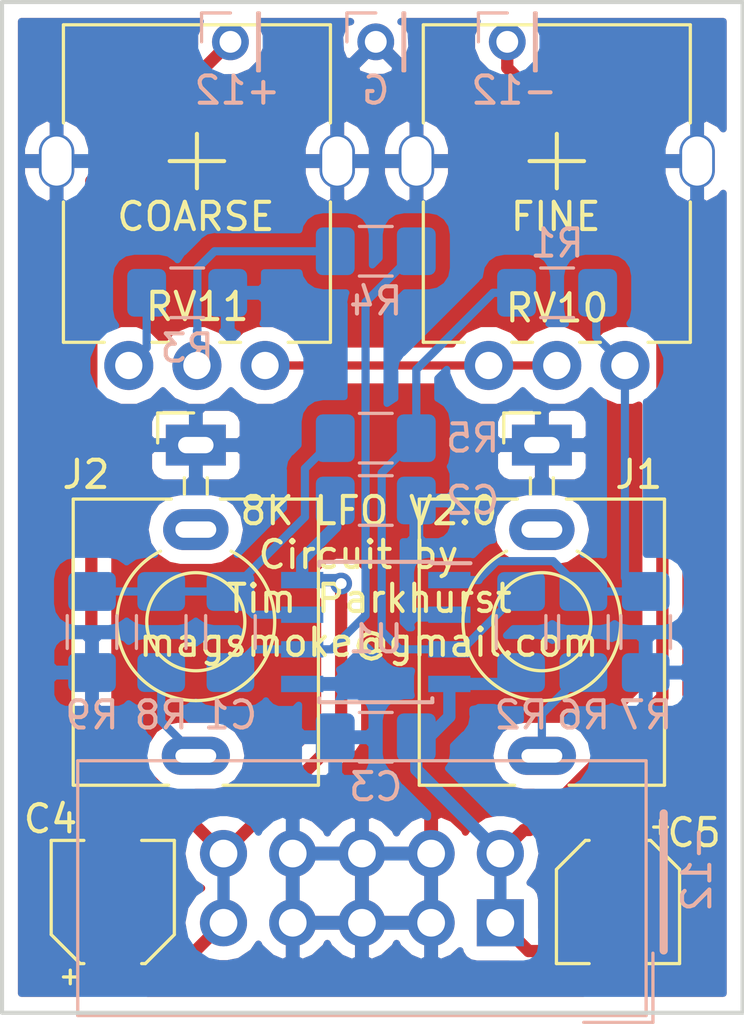
<source format=kicad_pcb>
(kicad_pcb (version 20171130) (host pcbnew "(5.0.1)-4")

  (general
    (thickness 1.6)
    (drawings 12)
    (tracks 80)
    (zones 0)
    (modules 23)
    (nets 15)
  )

  (page A4)
  (layers
    (0 F.Cu signal)
    (31 B.Cu signal)
    (32 B.Adhes user)
    (33 F.Adhes user)
    (34 B.Paste user)
    (35 F.Paste user)
    (36 B.SilkS user)
    (37 F.SilkS user)
    (38 B.Mask user)
    (39 F.Mask user)
    (40 Dwgs.User user hide)
    (41 Cmts.User user)
    (42 Eco1.User user)
    (43 Eco2.User user)
    (44 Edge.Cuts user)
    (45 Margin user)
    (46 B.CrtYd user)
    (47 F.CrtYd user)
    (48 B.Fab user hide)
    (49 F.Fab user hide)
  )

  (setup
    (last_trace_width 0.3)
    (trace_clearance 0.25)
    (zone_clearance 0.508)
    (zone_45_only no)
    (trace_min 0.2)
    (segment_width 0.2)
    (edge_width 0.15)
    (via_size 0.8)
    (via_drill 0.4)
    (via_min_size 0.4)
    (via_min_drill 0.3)
    (uvia_size 0.3)
    (uvia_drill 0.1)
    (uvias_allowed no)
    (uvia_min_size 0.2)
    (uvia_min_drill 0.1)
    (pcb_text_width 0.3)
    (pcb_text_size 1.5 1.5)
    (mod_edge_width 0.15)
    (mod_text_size 1 1)
    (mod_text_width 0.15)
    (pad_size 1.3 2)
    (pad_drill 1.1)
    (pad_to_mask_clearance 0.051)
    (solder_mask_min_width 0.25)
    (aux_axis_origin 0 0)
    (visible_elements 7FFFFFFF)
    (pcbplotparams
      (layerselection 0x3ffff_ffffffff)
      (usegerberextensions false)
      (usegerberattributes false)
      (usegerberadvancedattributes false)
      (creategerberjobfile false)
      (excludeedgelayer true)
      (linewidth 0.100000)
      (plotframeref false)
      (viasonmask false)
      (mode 1)
      (useauxorigin false)
      (hpglpennumber 1)
      (hpglpenspeed 20)
      (hpglpendiameter 15.000000)
      (psnegative false)
      (psa4output false)
      (plotreference true)
      (plotvalue true)
      (plotinvisibletext false)
      (padsonsilk false)
      (subtractmaskfromsilk false)
      (outputformat 1)
      (mirror false)
      (drillshape 0)
      (scaleselection 1)
      (outputdirectory "gerb/"))
  )

  (net 0 "")
  (net 1 "Net-(C1-Pad1)")
  (net 2 "Net-(C1-Pad2)")
  (net 3 GND)
  (net 4 +12v)
  (net 5 -12V)
  (net 6 "Net-(J1-PadTN)")
  (net 7 "Net-(J1-PadT)")
  (net 8 "Net-(J2-PadT)")
  (net 9 "Net-(J2-PadTN)")
  (net 10 "Net-(R1-Pad2)")
  (net 11 "Net-(R1-Pad1)")
  (net 12 "Net-(R3-Pad2)")
  (net 13 "Net-(RV10-Pad2)")
  (net 14 "Net-(R4-Pad2)")

  (net_class Default "This is the default net class."
    (clearance 0.25)
    (trace_width 0.3)
    (via_dia 0.8)
    (via_drill 0.4)
    (uvia_dia 0.3)
    (uvia_drill 0.1)
    (add_net "Net-(C1-Pad1)")
    (add_net "Net-(C1-Pad2)")
    (add_net "Net-(J1-PadT)")
    (add_net "Net-(J1-PadTN)")
    (add_net "Net-(J2-PadT)")
    (add_net "Net-(J2-PadTN)")
    (add_net "Net-(R1-Pad1)")
    (add_net "Net-(R1-Pad2)")
    (add_net "Net-(R3-Pad2)")
    (add_net "Net-(R4-Pad2)")
    (add_net "Net-(RV10-Pad2)")
  )

  (net_class PWR ""
    (clearance 0.25)
    (trace_width 0.45)
    (via_dia 0.8)
    (via_drill 0.4)
    (uvia_dia 0.3)
    (uvia_drill 0.1)
    (add_net +12v)
    (add_net -12V)
    (add_net GND)
  )

  (module "Custom Parts:Potentiometer_Thonk_Alpha_9mm_Vertical" (layer F.Cu) (tedit 5C7B1595) (tstamp 5C72A975)
    (at 91.44 71.755 90)
    (descr "Potentiometer, vertical, Bourns PTV09A-1 Single, http://www.bourns.com/docs/Product-Datasheets/ptv09.pdf")
    (tags "Potentiometer vertical Bourns PTV09A-1 Single")
    (path /5C65DC43)
    (fp_text reference RV11 (at 2.159 -2.4892 -180) (layer F.SilkS)
      (effects (font (size 1 1) (thickness 0.15)))
    )
    (fp_text value A1M (at 6.05 5.15 90) (layer F.Fab)
      (effects (font (size 1 1) (thickness 0.15)))
    )
    (fp_line (start 7.5 -2.5) (end 7.5 -1.5) (layer F.SilkS) (width 0.15))
    (fp_line (start 7.5 -2.5) (end 6.5 -2.5) (layer F.SilkS) (width 0.15))
    (fp_line (start 7.5 -2.5) (end 7.5 -3.5) (layer F.SilkS) (width 0.15))
    (fp_line (start 7.5 -2.5) (end 8.5 -2.5) (layer F.SilkS) (width 0.15))
    (fp_text user %R (at 2 -2.5 -180) (layer F.Fab)
      (effects (font (size 1 1) (thickness 0.15)))
    )
    (fp_line (start 12.65 -9.15) (end -1.15 -9.15) (layer F.CrtYd) (width 0.05))
    (fp_line (start 12.65 4.15) (end 12.65 -9.15) (layer F.CrtYd) (width 0.05))
    (fp_line (start -1.15 4.15) (end 12.65 4.15) (layer F.CrtYd) (width 0.05))
    (fp_line (start -1.15 -9.15) (end -1.15 4.15) (layer F.CrtYd) (width 0.05))
    (fp_line (start 12.5 -7.4) (end 12.5 2.4) (layer F.SilkS) (width 0.12))
    (fp_line (start 0.85 0.85) (end 0.85 2.4) (layer F.SilkS) (width 0.12))
    (fp_line (start 0.85 -1.659) (end 0.85 -0.9) (layer F.SilkS) (width 0.12))
    (fp_line (start 0.85 -4.15) (end 0.85 -3.391) (layer F.SilkS) (width 0.12))
    (fp_line (start 0.85 -7.4) (end 0.85 -5.9) (layer F.SilkS) (width 0.12))
    (fp_line (start 8.9 -7.4) (end 12.5 -7.4) (layer F.SilkS) (width 0.12))
    (fp_line (start 0.85 -7.4) (end 6 -7.4) (layer F.SilkS) (width 0.12))
    (fp_line (start 12.35 -7.25) (end 1 -7.25) (layer F.Fab) (width 0.1))
    (fp_line (start 12.35 2.25) (end 12.35 -7.25) (layer F.Fab) (width 0.1))
    (fp_line (start 1 2.25) (end 12.35 2.25) (layer F.Fab) (width 0.1))
    (fp_line (start 1 -7.25) (end 1 2.25) (layer F.Fab) (width 0.1))
    (fp_circle (center 7.5 -2.5) (end 11 -2.5) (layer F.Fab) (width 0.1))
    (fp_line (start 0.85 2.4) (end 6 2.4) (layer F.SilkS) (width 0.12))
    (fp_line (start 8.9 2.4) (end 12.5 2.4) (layer F.SilkS) (width 0.12))
    (pad "" thru_hole oval (at 7.5 -7.65 180) (size 1.3 2) (drill oval 1.1 1.8) (layers *.Cu *.Mask)
      (net 3 GND))
    (pad 1 thru_hole circle (at 0 0 90) (size 1.8 1.8) (drill 1) (layers *.Cu *.Mask)
      (net 13 "Net-(RV10-Pad2)"))
    (pad 2 thru_hole circle (at 0 -2.5 90) (size 1.8 1.8) (drill 1) (layers *.Cu *.Mask)
      (net 14 "Net-(R4-Pad2)"))
    (pad 3 thru_hole circle (at 0 -5 90) (size 1.8 1.8) (drill 1) (layers *.Cu *.Mask)
      (net 12 "Net-(R3-Pad2)"))
    (pad "" thru_hole oval (at 7.5 2.65 180) (size 1.3 2) (drill oval 1.1 1.8) (layers *.Cu *.Mask)
      (net 3 GND))
    (model ${KISYS3DMOD}/Potentiometer_THT.3dshapes/Potentiometer_Bourns_PTV09A-1_Single_Vertical.wrl
      (at (xyz 0 0 0))
      (scale (xyz 1 1 1))
      (rotate (xyz 0 0 0))
    )
  )

  (module Capacitor_SMD:C_1206_3216Metric_Pad1.42x1.75mm_HandSolder (layer B.Cu) (tedit 5B301BBE) (tstamp 5C6920D5)
    (at 90.17 81.534 90)
    (descr "Capacitor SMD 1206 (3216 Metric), square (rectangular) end terminal, IPC_7351 nominal with elongated pad for handsoldering. (Body size source: http://www.tortai-tech.com/upload/download/2011102023233369053.pdf), generated with kicad-footprint-generator")
    (tags "capacitor handsolder")
    (path /5C65EF14)
    (attr smd)
    (fp_text reference C1 (at -3.048 0 180) (layer B.SilkS)
      (effects (font (size 1 1) (thickness 0.15)) (justify mirror))
    )
    (fp_text value 3300pF (at 0 -1.82 90) (layer B.Fab)
      (effects (font (size 1 1) (thickness 0.15)) (justify mirror))
    )
    (fp_line (start -1.6 -0.8) (end -1.6 0.8) (layer B.Fab) (width 0.1))
    (fp_line (start -1.6 0.8) (end 1.6 0.8) (layer B.Fab) (width 0.1))
    (fp_line (start 1.6 0.8) (end 1.6 -0.8) (layer B.Fab) (width 0.1))
    (fp_line (start 1.6 -0.8) (end -1.6 -0.8) (layer B.Fab) (width 0.1))
    (fp_line (start -0.602064 0.91) (end 0.602064 0.91) (layer B.SilkS) (width 0.12))
    (fp_line (start -0.602064 -0.91) (end 0.602064 -0.91) (layer B.SilkS) (width 0.12))
    (fp_line (start -2.45 -1.12) (end -2.45 1.12) (layer B.CrtYd) (width 0.05))
    (fp_line (start -2.45 1.12) (end 2.45 1.12) (layer B.CrtYd) (width 0.05))
    (fp_line (start 2.45 1.12) (end 2.45 -1.12) (layer B.CrtYd) (width 0.05))
    (fp_line (start 2.45 -1.12) (end -2.45 -1.12) (layer B.CrtYd) (width 0.05))
    (fp_text user %R (at 0 0 90) (layer B.Fab)
      (effects (font (size 0.8 0.8) (thickness 0.12)) (justify mirror))
    )
    (pad 1 smd roundrect (at -1.4875 0 90) (size 1.425 1.75) (layers B.Cu B.Paste B.Mask) (roundrect_rratio 0.175439)
      (net 1 "Net-(C1-Pad1)"))
    (pad 2 smd roundrect (at 1.4875 0 90) (size 1.425 1.75) (layers B.Cu B.Paste B.Mask) (roundrect_rratio 0.175439)
      (net 2 "Net-(C1-Pad2)"))
    (model ${KISYS3DMOD}/Capacitor_SMD.3dshapes/C_1206_3216Metric.wrl
      (at (xyz 0 0 0))
      (scale (xyz 1 1 1))
      (rotate (xyz 0 0 0))
    )
  )

  (module Capacitor_SMD:C_1206_3216Metric_Pad1.42x1.75mm_HandSolder (layer B.Cu) (tedit 5B301BBE) (tstamp 5C6920A5)
    (at 95.504 76.708)
    (descr "Capacitor SMD 1206 (3216 Metric), square (rectangular) end terminal, IPC_7351 nominal with elongated pad for handsoldering. (Body size source: http://www.tortai-tech.com/upload/download/2011102023233369053.pdf), generated with kicad-footprint-generator")
    (tags "capacitor handsolder")
    (path /5C663F9A)
    (attr smd)
    (fp_text reference C2 (at 3.556 0) (layer B.SilkS)
      (effects (font (size 1 1) (thickness 0.15)) (justify mirror))
    )
    (fp_text value 0.1uF (at 0 -1.82) (layer B.Fab)
      (effects (font (size 1 1) (thickness 0.15)) (justify mirror))
    )
    (fp_text user %R (at 0 0) (layer B.Fab)
      (effects (font (size 0.8 0.8) (thickness 0.12)) (justify mirror))
    )
    (fp_line (start 2.45 -1.12) (end -2.45 -1.12) (layer B.CrtYd) (width 0.05))
    (fp_line (start 2.45 1.12) (end 2.45 -1.12) (layer B.CrtYd) (width 0.05))
    (fp_line (start -2.45 1.12) (end 2.45 1.12) (layer B.CrtYd) (width 0.05))
    (fp_line (start -2.45 -1.12) (end -2.45 1.12) (layer B.CrtYd) (width 0.05))
    (fp_line (start -0.602064 -0.91) (end 0.602064 -0.91) (layer B.SilkS) (width 0.12))
    (fp_line (start -0.602064 0.91) (end 0.602064 0.91) (layer B.SilkS) (width 0.12))
    (fp_line (start 1.6 -0.8) (end -1.6 -0.8) (layer B.Fab) (width 0.1))
    (fp_line (start 1.6 0.8) (end 1.6 -0.8) (layer B.Fab) (width 0.1))
    (fp_line (start -1.6 0.8) (end 1.6 0.8) (layer B.Fab) (width 0.1))
    (fp_line (start -1.6 -0.8) (end -1.6 0.8) (layer B.Fab) (width 0.1))
    (pad 2 smd roundrect (at 1.4875 0) (size 1.425 1.75) (layers B.Cu B.Paste B.Mask) (roundrect_rratio 0.175439)
      (net 3 GND))
    (pad 1 smd roundrect (at -1.4875 0) (size 1.425 1.75) (layers B.Cu B.Paste B.Mask) (roundrect_rratio 0.175439)
      (net 4 +12v))
    (model ${KISYS3DMOD}/Capacitor_SMD.3dshapes/C_1206_3216Metric.wrl
      (at (xyz 0 0 0))
      (scale (xyz 1 1 1))
      (rotate (xyz 0 0 0))
    )
  )

  (module Capacitor_SMD:C_1206_3216Metric_Pad1.42x1.75mm_HandSolder (layer B.Cu) (tedit 5B301BBE) (tstamp 5C6A3DEF)
    (at 95.504 85.3948)
    (descr "Capacitor SMD 1206 (3216 Metric), square (rectangular) end terminal, IPC_7351 nominal with elongated pad for handsoldering. (Body size source: http://www.tortai-tech.com/upload/download/2011102023233369053.pdf), generated with kicad-footprint-generator")
    (tags "capacitor handsolder")
    (path /5C66458E)
    (attr smd)
    (fp_text reference C3 (at 0 1.82) (layer B.SilkS)
      (effects (font (size 1 1) (thickness 0.15)) (justify mirror))
    )
    (fp_text value 0.1uF (at 0 -1.82) (layer B.Fab)
      (effects (font (size 1 1) (thickness 0.15)) (justify mirror))
    )
    (fp_line (start -1.6 -0.8) (end -1.6 0.8) (layer B.Fab) (width 0.1))
    (fp_line (start -1.6 0.8) (end 1.6 0.8) (layer B.Fab) (width 0.1))
    (fp_line (start 1.6 0.8) (end 1.6 -0.8) (layer B.Fab) (width 0.1))
    (fp_line (start 1.6 -0.8) (end -1.6 -0.8) (layer B.Fab) (width 0.1))
    (fp_line (start -0.602064 0.91) (end 0.602064 0.91) (layer B.SilkS) (width 0.12))
    (fp_line (start -0.602064 -0.91) (end 0.602064 -0.91) (layer B.SilkS) (width 0.12))
    (fp_line (start -2.45 -1.12) (end -2.45 1.12) (layer B.CrtYd) (width 0.05))
    (fp_line (start -2.45 1.12) (end 2.45 1.12) (layer B.CrtYd) (width 0.05))
    (fp_line (start 2.45 1.12) (end 2.45 -1.12) (layer B.CrtYd) (width 0.05))
    (fp_line (start 2.45 -1.12) (end -2.45 -1.12) (layer B.CrtYd) (width 0.05))
    (fp_text user %R (at 0 0) (layer B.Fab)
      (effects (font (size 0.8 0.8) (thickness 0.12)) (justify mirror))
    )
    (pad 1 smd roundrect (at -1.4875 0) (size 1.425 1.75) (layers B.Cu B.Paste B.Mask) (roundrect_rratio 0.175439)
      (net 3 GND))
    (pad 2 smd roundrect (at 1.4875 0) (size 1.425 1.75) (layers B.Cu B.Paste B.Mask) (roundrect_rratio 0.175439)
      (net 5 -12V))
    (model ${KISYS3DMOD}/Capacitor_SMD.3dshapes/C_1206_3216Metric.wrl
      (at (xyz 0 0 0))
      (scale (xyz 1 1 1))
      (rotate (xyz 0 0 0))
    )
  )

  (module Capacitor_SMD:CP_Elec_4x5.4 (layer F.Cu) (tedit 5BCA39CF) (tstamp 5C692017)
    (at 85.852 91.44 90)
    (descr "SMD capacitor, aluminum electrolytic, Panasonic A5 / Nichicon, 4.0x5.4mm")
    (tags "capacitor electrolytic")
    (path /5C6650A8)
    (attr smd)
    (fp_text reference C4 (at 3.048 -2.286 180) (layer F.SilkS)
      (effects (font (size 1 1) (thickness 0.15)))
    )
    (fp_text value 10uF (at 0 3.2 90) (layer F.Fab)
      (effects (font (size 1 1) (thickness 0.15)))
    )
    (fp_circle (center 0 0) (end 2 0) (layer F.Fab) (width 0.1))
    (fp_line (start 2.15 -2.15) (end 2.15 2.15) (layer F.Fab) (width 0.1))
    (fp_line (start -1.15 -2.15) (end 2.15 -2.15) (layer F.Fab) (width 0.1))
    (fp_line (start -1.15 2.15) (end 2.15 2.15) (layer F.Fab) (width 0.1))
    (fp_line (start -2.15 -1.15) (end -2.15 1.15) (layer F.Fab) (width 0.1))
    (fp_line (start -2.15 -1.15) (end -1.15 -2.15) (layer F.Fab) (width 0.1))
    (fp_line (start -2.15 1.15) (end -1.15 2.15) (layer F.Fab) (width 0.1))
    (fp_line (start -1.574773 -1) (end -1.174773 -1) (layer F.Fab) (width 0.1))
    (fp_line (start -1.374773 -1.2) (end -1.374773 -0.8) (layer F.Fab) (width 0.1))
    (fp_line (start 2.26 2.26) (end 2.26 1.06) (layer F.SilkS) (width 0.12))
    (fp_line (start 2.26 -2.26) (end 2.26 -1.06) (layer F.SilkS) (width 0.12))
    (fp_line (start -1.195563 -2.26) (end 2.26 -2.26) (layer F.SilkS) (width 0.12))
    (fp_line (start -1.195563 2.26) (end 2.26 2.26) (layer F.SilkS) (width 0.12))
    (fp_line (start -2.26 1.195563) (end -2.26 1.06) (layer F.SilkS) (width 0.12))
    (fp_line (start -2.26 -1.195563) (end -2.26 -1.06) (layer F.SilkS) (width 0.12))
    (fp_line (start -2.26 -1.195563) (end -1.195563 -2.26) (layer F.SilkS) (width 0.12))
    (fp_line (start -2.26 1.195563) (end -1.195563 2.26) (layer F.SilkS) (width 0.12))
    (fp_line (start -3 -1.56) (end -2.5 -1.56) (layer F.SilkS) (width 0.12))
    (fp_line (start -2.75 -1.81) (end -2.75 -1.31) (layer F.SilkS) (width 0.12))
    (fp_line (start 2.4 -2.4) (end 2.4 -1.05) (layer F.CrtYd) (width 0.05))
    (fp_line (start 2.4 -1.05) (end 3.35 -1.05) (layer F.CrtYd) (width 0.05))
    (fp_line (start 3.35 -1.05) (end 3.35 1.05) (layer F.CrtYd) (width 0.05))
    (fp_line (start 3.35 1.05) (end 2.4 1.05) (layer F.CrtYd) (width 0.05))
    (fp_line (start 2.4 1.05) (end 2.4 2.4) (layer F.CrtYd) (width 0.05))
    (fp_line (start -1.25 2.4) (end 2.4 2.4) (layer F.CrtYd) (width 0.05))
    (fp_line (start -1.25 -2.4) (end 2.4 -2.4) (layer F.CrtYd) (width 0.05))
    (fp_line (start -2.4 1.25) (end -1.25 2.4) (layer F.CrtYd) (width 0.05))
    (fp_line (start -2.4 -1.25) (end -1.25 -2.4) (layer F.CrtYd) (width 0.05))
    (fp_line (start -2.4 -1.25) (end -2.4 -1.05) (layer F.CrtYd) (width 0.05))
    (fp_line (start -2.4 1.05) (end -2.4 1.25) (layer F.CrtYd) (width 0.05))
    (fp_line (start -2.4 -1.05) (end -3.35 -1.05) (layer F.CrtYd) (width 0.05))
    (fp_line (start -3.35 -1.05) (end -3.35 1.05) (layer F.CrtYd) (width 0.05))
    (fp_line (start -3.35 1.05) (end -2.4 1.05) (layer F.CrtYd) (width 0.05))
    (fp_text user %R (at 0 0 90) (layer F.Fab)
      (effects (font (size 0.8 0.8) (thickness 0.12)))
    )
    (pad 1 smd roundrect (at -1.8 0 90) (size 2.6 1.6) (layers F.Cu F.Paste F.Mask) (roundrect_rratio 0.15625)
      (net 4 +12v))
    (pad 2 smd roundrect (at 1.8 0 90) (size 2.6 1.6) (layers F.Cu F.Paste F.Mask) (roundrect_rratio 0.15625)
      (net 3 GND))
    (model ${KISYS3DMOD}/Capacitor_SMD.3dshapes/CP_Elec_4x5.4.wrl
      (at (xyz 0 0 0))
      (scale (xyz 1 1 1))
      (rotate (xyz 0 0 0))
    )
  )

  (module Capacitor_SMD:CP_Elec_4x5.4 (layer F.Cu) (tedit 5BCA39CF) (tstamp 5C691FA2)
    (at 104.394 91.44 270)
    (descr "SMD capacitor, aluminum electrolytic, Panasonic A5 / Nichicon, 4.0x5.4mm")
    (tags "capacitor electrolytic")
    (path /5C66510E)
    (attr smd)
    (fp_text reference C5 (at -2.54 -2.794) (layer F.SilkS)
      (effects (font (size 1 1) (thickness 0.15)))
    )
    (fp_text value 10uF (at 0 3.2 270) (layer F.Fab)
      (effects (font (size 1 1) (thickness 0.15)))
    )
    (fp_text user %R (at 0 0 270) (layer F.Fab)
      (effects (font (size 0.8 0.8) (thickness 0.12)))
    )
    (fp_line (start -3.35 1.05) (end -2.4 1.05) (layer F.CrtYd) (width 0.05))
    (fp_line (start -3.35 -1.05) (end -3.35 1.05) (layer F.CrtYd) (width 0.05))
    (fp_line (start -2.4 -1.05) (end -3.35 -1.05) (layer F.CrtYd) (width 0.05))
    (fp_line (start -2.4 1.05) (end -2.4 1.25) (layer F.CrtYd) (width 0.05))
    (fp_line (start -2.4 -1.25) (end -2.4 -1.05) (layer F.CrtYd) (width 0.05))
    (fp_line (start -2.4 -1.25) (end -1.25 -2.4) (layer F.CrtYd) (width 0.05))
    (fp_line (start -2.4 1.25) (end -1.25 2.4) (layer F.CrtYd) (width 0.05))
    (fp_line (start -1.25 -2.4) (end 2.4 -2.4) (layer F.CrtYd) (width 0.05))
    (fp_line (start -1.25 2.4) (end 2.4 2.4) (layer F.CrtYd) (width 0.05))
    (fp_line (start 2.4 1.05) (end 2.4 2.4) (layer F.CrtYd) (width 0.05))
    (fp_line (start 3.35 1.05) (end 2.4 1.05) (layer F.CrtYd) (width 0.05))
    (fp_line (start 3.35 -1.05) (end 3.35 1.05) (layer F.CrtYd) (width 0.05))
    (fp_line (start 2.4 -1.05) (end 3.35 -1.05) (layer F.CrtYd) (width 0.05))
    (fp_line (start 2.4 -2.4) (end 2.4 -1.05) (layer F.CrtYd) (width 0.05))
    (fp_line (start -2.75 -1.81) (end -2.75 -1.31) (layer F.SilkS) (width 0.12))
    (fp_line (start -3 -1.56) (end -2.5 -1.56) (layer F.SilkS) (width 0.12))
    (fp_line (start -2.26 1.195563) (end -1.195563 2.26) (layer F.SilkS) (width 0.12))
    (fp_line (start -2.26 -1.195563) (end -1.195563 -2.26) (layer F.SilkS) (width 0.12))
    (fp_line (start -2.26 -1.195563) (end -2.26 -1.06) (layer F.SilkS) (width 0.12))
    (fp_line (start -2.26 1.195563) (end -2.26 1.06) (layer F.SilkS) (width 0.12))
    (fp_line (start -1.195563 2.26) (end 2.26 2.26) (layer F.SilkS) (width 0.12))
    (fp_line (start -1.195563 -2.26) (end 2.26 -2.26) (layer F.SilkS) (width 0.12))
    (fp_line (start 2.26 -2.26) (end 2.26 -1.06) (layer F.SilkS) (width 0.12))
    (fp_line (start 2.26 2.26) (end 2.26 1.06) (layer F.SilkS) (width 0.12))
    (fp_line (start -1.374773 -1.2) (end -1.374773 -0.8) (layer F.Fab) (width 0.1))
    (fp_line (start -1.574773 -1) (end -1.174773 -1) (layer F.Fab) (width 0.1))
    (fp_line (start -2.15 1.15) (end -1.15 2.15) (layer F.Fab) (width 0.1))
    (fp_line (start -2.15 -1.15) (end -1.15 -2.15) (layer F.Fab) (width 0.1))
    (fp_line (start -2.15 -1.15) (end -2.15 1.15) (layer F.Fab) (width 0.1))
    (fp_line (start -1.15 2.15) (end 2.15 2.15) (layer F.Fab) (width 0.1))
    (fp_line (start -1.15 -2.15) (end 2.15 -2.15) (layer F.Fab) (width 0.1))
    (fp_line (start 2.15 -2.15) (end 2.15 2.15) (layer F.Fab) (width 0.1))
    (fp_circle (center 0 0) (end 2 0) (layer F.Fab) (width 0.1))
    (pad 2 smd roundrect (at 1.8 0 270) (size 2.6 1.6) (layers F.Cu F.Paste F.Mask) (roundrect_rratio 0.15625)
      (net 5 -12V))
    (pad 1 smd roundrect (at -1.8 0 270) (size 2.6 1.6) (layers F.Cu F.Paste F.Mask) (roundrect_rratio 0.15625)
      (net 3 GND))
    (model ${KISYS3DMOD}/Capacitor_SMD.3dshapes/CP_Elec_4x5.4.wrl
      (at (xyz 0 0 0))
      (scale (xyz 1 1 1))
      (rotate (xyz 0 0 0))
    )
  )

  (module "Custom Parts:3.5mm_tip_switch_thonkiconn" (layer F.Cu) (tedit 5C3C022D) (tstamp 5C691F31)
    (at 101.6 74.676)
    (descr "TRS 3.5mm, vertical, Thonkiconn, PCB mount, (http://www.qingpu-electronics.com/en/products/WQP-PJ398SM-362.html)")
    (tags "WQP-PJ398SM TRS 3.5mm mono vertical jack thonkiconn qingpu")
    (path /5C661292)
    (fp_text reference J1 (at 3.556 1.08 180) (layer F.SilkS)
      (effects (font (size 1 1) (thickness 0.15)))
    )
    (fp_text value SQR (at 0 5 180) (layer F.Fab)
      (effects (font (size 1 1) (thickness 0.15)))
    )
    (fp_text user KEEPOUT (at 0 6.48) (layer Cmts.User)
      (effects (font (size 0.4 0.4) (thickness 0.051)))
    )
    (fp_line (start -5 13.25) (end -5 -1.58) (layer F.CrtYd) (width 0.05))
    (fp_line (start -4.5 12.48) (end -4.5 2.08) (layer F.Fab) (width 0.1))
    (fp_text user %R (at 0 8 180) (layer F.Fab)
      (effects (font (size 1 1) (thickness 0.15)))
    )
    (fp_line (start -4.5 1.98) (end -4.5 12.48) (layer F.SilkS) (width 0.12))
    (fp_line (start 4.5 1.98) (end 4.5 12.48) (layer F.SilkS) (width 0.12))
    (fp_circle (center 0 6.48) (end 1.5 6.48) (layer Dwgs.User) (width 0.12))
    (fp_line (start 0.09 7.96) (end 1.48 6.57) (layer Dwgs.User) (width 0.12))
    (fp_line (start -0.58 7.83) (end 1.36 5.89) (layer Dwgs.User) (width 0.12))
    (fp_line (start -1.07 7.49) (end 1.01 5.41) (layer Dwgs.User) (width 0.12))
    (fp_line (start -1.42 6.875) (end 0.4 5.06) (layer Dwgs.User) (width 0.12))
    (fp_line (start -1.41 6.02) (end -0.46 5.07) (layer Dwgs.User) (width 0.12))
    (fp_arc (start 0 6.48) (end 0 9.375) (angle 153.4) (layer F.SilkS) (width 0.12))
    (fp_arc (start 0 6.48) (end 0 9.375) (angle -153.4) (layer F.SilkS) (width 0.12))
    (fp_line (start 4.5 12.48) (end 1 12.48) (layer F.SilkS) (width 0.12))
    (fp_line (start -1 12.48) (end -4.5 12.48) (layer F.SilkS) (width 0.12))
    (fp_line (start 4.5 1.98) (end 0.9 1.98) (layer F.SilkS) (width 0.12))
    (fp_line (start -0.9 1.98) (end -4.5 1.98) (layer F.SilkS) (width 0.12))
    (fp_circle (center 0 6.48) (end 1.8 6.48) (layer F.SilkS) (width 0.12))
    (fp_line (start -0.42 1.2) (end -0.42 1.8) (layer F.SilkS) (width 0.12))
    (fp_line (start 0.42 1.2) (end 0.42 1.8) (layer F.SilkS) (width 0.12))
    (fp_line (start -1.4 -1.18) (end -1.4 -0.08) (layer F.SilkS) (width 0.12))
    (fp_line (start -1.4 -1.18) (end -0.08 -1.18) (layer F.SilkS) (width 0.12))
    (fp_line (start 4.5 12.48) (end 4.5 2.08) (layer F.Fab) (width 0.1))
    (fp_line (start 4.5 12.48) (end -4.5 12.48) (layer F.Fab) (width 0.1))
    (fp_line (start 5 13.25) (end 5 -1.58) (layer F.CrtYd) (width 0.05))
    (fp_line (start 5 13.25) (end -5 13.25) (layer F.CrtYd) (width 0.05))
    (fp_line (start 5 -1.58) (end -5 -1.58) (layer F.CrtYd) (width 0.05))
    (fp_line (start 4.5 2.03) (end -4.5 2.03) (layer F.Fab) (width 0.1))
    (fp_circle (center 0 6.48) (end 1.8 6.48) (layer F.Fab) (width 0.1))
    (fp_line (start 0 0) (end 0 2.03) (layer F.Fab) (width 0.1))
    (pad TN thru_hole oval (at 0 3.1 180) (size 2.4 1.5) (drill oval 1.5 0.6) (layers *.Cu *.Mask)
      (net 6 "Net-(J1-PadTN)"))
    (pad S thru_hole rect (at 0 0 180) (size 2.2 1.5) (drill oval 1.3 0.6) (layers *.Cu *.Mask)
      (net 3 GND))
    (pad T thru_hole oval (at 0 11.4 180) (size 2.5 1.4) (drill oval 1.5 0.5) (layers *.Cu *.Mask)
      (net 7 "Net-(J1-PadT)"))
    (model ${KISYS3DMOD}/Connector_Audio.3dshapes/Jack_3.5mm_QingPu_WQP-PJ398SM_Vertical.wrl
      (at (xyz 0 0 0))
      (scale (xyz 1 1 1))
      (rotate (xyz 0 0 0))
    )
  )

  (module "Custom Parts:3.5mm_tip_switch_thonkiconn" (layer F.Cu) (tedit 5C3C022D) (tstamp 5C691EC2)
    (at 88.9 74.676)
    (descr "TRS 3.5mm, vertical, Thonkiconn, PCB mount, (http://www.qingpu-electronics.com/en/products/WQP-PJ398SM-362.html)")
    (tags "WQP-PJ398SM TRS 3.5mm mono vertical jack thonkiconn qingpu")
    (path /5C660C71)
    (fp_text reference J2 (at -4.03 1.08 180) (layer F.SilkS)
      (effects (font (size 1 1) (thickness 0.15)))
    )
    (fp_text value TRI (at 0 5 180) (layer F.Fab)
      (effects (font (size 1 1) (thickness 0.15)))
    )
    (fp_line (start 0 0) (end 0 2.03) (layer F.Fab) (width 0.1))
    (fp_circle (center 0 6.48) (end 1.8 6.48) (layer F.Fab) (width 0.1))
    (fp_line (start 4.5 2.03) (end -4.5 2.03) (layer F.Fab) (width 0.1))
    (fp_line (start 5 -1.58) (end -5 -1.58) (layer F.CrtYd) (width 0.05))
    (fp_line (start 5 13.25) (end -5 13.25) (layer F.CrtYd) (width 0.05))
    (fp_line (start 5 13.25) (end 5 -1.58) (layer F.CrtYd) (width 0.05))
    (fp_line (start 4.5 12.48) (end -4.5 12.48) (layer F.Fab) (width 0.1))
    (fp_line (start 4.5 12.48) (end 4.5 2.08) (layer F.Fab) (width 0.1))
    (fp_line (start -1.4 -1.18) (end -0.08 -1.18) (layer F.SilkS) (width 0.12))
    (fp_line (start -1.4 -1.18) (end -1.4 -0.08) (layer F.SilkS) (width 0.12))
    (fp_line (start 0.42 1.2) (end 0.42 1.8) (layer F.SilkS) (width 0.12))
    (fp_line (start -0.42 1.2) (end -0.42 1.8) (layer F.SilkS) (width 0.12))
    (fp_circle (center 0 6.48) (end 1.8 6.48) (layer F.SilkS) (width 0.12))
    (fp_line (start -0.9 1.98) (end -4.5 1.98) (layer F.SilkS) (width 0.12))
    (fp_line (start 4.5 1.98) (end 0.9 1.98) (layer F.SilkS) (width 0.12))
    (fp_line (start -1 12.48) (end -4.5 12.48) (layer F.SilkS) (width 0.12))
    (fp_line (start 4.5 12.48) (end 1 12.48) (layer F.SilkS) (width 0.12))
    (fp_arc (start 0 6.48) (end 0 9.375) (angle -153.4) (layer F.SilkS) (width 0.12))
    (fp_arc (start 0 6.48) (end 0 9.375) (angle 153.4) (layer F.SilkS) (width 0.12))
    (fp_line (start -1.41 6.02) (end -0.46 5.07) (layer Dwgs.User) (width 0.12))
    (fp_line (start -1.42 6.875) (end 0.4 5.06) (layer Dwgs.User) (width 0.12))
    (fp_line (start -1.07 7.49) (end 1.01 5.41) (layer Dwgs.User) (width 0.12))
    (fp_line (start -0.58 7.83) (end 1.36 5.89) (layer Dwgs.User) (width 0.12))
    (fp_line (start 0.09 7.96) (end 1.48 6.57) (layer Dwgs.User) (width 0.12))
    (fp_circle (center 0 6.48) (end 1.5 6.48) (layer Dwgs.User) (width 0.12))
    (fp_line (start 4.5 1.98) (end 4.5 12.48) (layer F.SilkS) (width 0.12))
    (fp_line (start -4.5 1.98) (end -4.5 12.48) (layer F.SilkS) (width 0.12))
    (fp_text user %R (at 0 8 180) (layer F.Fab)
      (effects (font (size 1 1) (thickness 0.15)))
    )
    (fp_line (start -4.5 12.48) (end -4.5 2.08) (layer F.Fab) (width 0.1))
    (fp_line (start -5 13.25) (end -5 -1.58) (layer F.CrtYd) (width 0.05))
    (fp_text user KEEPOUT (at 0 6.48) (layer Cmts.User)
      (effects (font (size 0.4 0.4) (thickness 0.051)))
    )
    (pad T thru_hole oval (at 0 11.4 180) (size 2.5 1.4) (drill oval 1.5 0.5) (layers *.Cu *.Mask)
      (net 8 "Net-(J2-PadT)"))
    (pad S thru_hole rect (at 0 0 180) (size 2.2 1.5) (drill oval 1.3 0.6) (layers *.Cu *.Mask)
      (net 3 GND))
    (pad TN thru_hole oval (at 0 3.1 180) (size 2.4 1.5) (drill oval 1.5 0.6) (layers *.Cu *.Mask)
      (net 9 "Net-(J2-PadTN)"))
    (model ${KISYS3DMOD}/Connector_Audio.3dshapes/Jack_3.5mm_QingPu_WQP-PJ398SM_Vertical.wrl
      (at (xyz 0 0 0))
      (scale (xyz 1 1 1))
      (rotate (xyz 0 0 0))
    )
  )

  (module Connector_IDC:IDC-Header_2x05_P2.54mm_Vertical (layer B.Cu) (tedit 5C65D7BE) (tstamp 5C691E4F)
    (at 100.076 92.202 90)
    (descr "Through hole straight IDC box header, 2x05, 2.54mm pitch, double rows")
    (tags "Through hole IDC box header THT 2x05 2.54mm double row")
    (path /5C666577)
    (fp_text reference J3 (at 1.27 6.604 90) (layer B.SilkS) hide
      (effects (font (size 1 1) (thickness 0.15)) (justify mirror))
    )
    (fp_text value Conn_02x05_Odd_Even (at 1.27 -16.764 90) (layer B.Fab)
      (effects (font (size 1 1) (thickness 0.15)) (justify mirror))
    )
    (fp_text user %R (at 1.27 -5.08 90) (layer B.Fab)
      (effects (font (size 1 1) (thickness 0.15)) (justify mirror))
    )
    (fp_line (start 5.695 5.1) (end 5.695 -15.26) (layer B.Fab) (width 0.1))
    (fp_line (start 5.145 4.56) (end 5.145 -14.7) (layer B.Fab) (width 0.1))
    (fp_line (start -3.155 5.1) (end -3.155 -15.26) (layer B.Fab) (width 0.1))
    (fp_line (start -2.605 4.56) (end -2.605 -2.83) (layer B.Fab) (width 0.1))
    (fp_line (start -2.605 -7.33) (end -2.605 -14.7) (layer B.Fab) (width 0.1))
    (fp_line (start -2.605 -2.83) (end -3.155 -2.83) (layer B.Fab) (width 0.1))
    (fp_line (start -2.605 -7.33) (end -3.155 -7.33) (layer B.Fab) (width 0.1))
    (fp_line (start 5.695 5.1) (end -3.155 5.1) (layer B.Fab) (width 0.1))
    (fp_line (start 5.145 4.56) (end -2.605 4.56) (layer B.Fab) (width 0.1))
    (fp_line (start 5.695 -15.26) (end -3.155 -15.26) (layer B.Fab) (width 0.1))
    (fp_line (start 5.145 -14.7) (end -2.605 -14.7) (layer B.Fab) (width 0.1))
    (fp_line (start 5.695 5.1) (end 5.145 4.56) (layer B.Fab) (width 0.1))
    (fp_line (start 5.695 -15.26) (end 5.145 -14.7) (layer B.Fab) (width 0.1))
    (fp_line (start -3.155 5.1) (end -2.605 4.56) (layer B.Fab) (width 0.1))
    (fp_line (start -3.155 -15.26) (end -2.605 -14.7) (layer B.Fab) (width 0.1))
    (fp_line (start 5.95 5.35) (end 5.95 -15.51) (layer B.CrtYd) (width 0.05))
    (fp_line (start 5.95 -15.51) (end -3.41 -15.51) (layer B.CrtYd) (width 0.05))
    (fp_line (start -3.41 -15.51) (end -3.41 5.35) (layer B.CrtYd) (width 0.05))
    (fp_line (start -3.41 5.35) (end 5.95 5.35) (layer B.CrtYd) (width 0.05))
    (fp_line (start 5.945 5.35) (end 5.945 -15.51) (layer B.SilkS) (width 0.12))
    (fp_line (start 5.945 -15.51) (end -3.405 -15.51) (layer B.SilkS) (width 0.12))
    (fp_line (start -3.405 -15.51) (end -3.405 5.35) (layer B.SilkS) (width 0.12))
    (fp_line (start -3.405 5.35) (end 5.945 5.35) (layer B.SilkS) (width 0.12))
    (fp_line (start -3.655 5.6) (end -3.655 3.06) (layer B.SilkS) (width 0.12))
    (fp_line (start -3.655 5.6) (end -1.115 5.6) (layer B.SilkS) (width 0.12))
    (pad 1 thru_hole rect (at 0 0 90) (size 1.7272 1.7272) (drill 1.016) (layers *.Cu *.Mask)
      (net 5 -12V))
    (pad 2 thru_hole oval (at 2.54 0 90) (size 1.7272 1.7272) (drill 1.016) (layers *.Cu *.Mask)
      (net 5 -12V))
    (pad 3 thru_hole oval (at 0 -2.54 90) (size 1.7272 1.7272) (drill 1.016) (layers *.Cu *.Mask)
      (net 3 GND))
    (pad 4 thru_hole oval (at 2.54 -2.54 90) (size 1.7272 1.7272) (drill 1.016) (layers *.Cu *.Mask)
      (net 3 GND))
    (pad 5 thru_hole oval (at 0 -5.08 90) (size 1.7272 1.7272) (drill 1.016) (layers *.Cu *.Mask)
      (net 3 GND))
    (pad 6 thru_hole oval (at 2.54 -5.08 90) (size 1.7272 1.7272) (drill 1.016) (layers *.Cu *.Mask)
      (net 3 GND))
    (pad 7 thru_hole oval (at 0 -7.62 90) (size 1.7272 1.7272) (drill 1.016) (layers *.Cu *.Mask)
      (net 3 GND))
    (pad 8 thru_hole oval (at 2.54 -7.62 90) (size 1.7272 1.7272) (drill 1.016) (layers *.Cu *.Mask)
      (net 3 GND))
    (pad 9 thru_hole oval (at 0 -10.16 90) (size 1.7272 1.7272) (drill 1.016) (layers *.Cu *.Mask)
      (net 4 +12v))
    (pad 10 thru_hole oval (at 2.54 -10.16 90) (size 1.7272 1.7272) (drill 1.016) (layers *.Cu *.Mask)
      (net 4 +12v))
    (model ${KISYS3DMOD}/Connector_IDC.3dshapes/IDC-Header_2x05_P2.54mm_Vertical.wrl
      (at (xyz 0 0 0))
      (scale (xyz 1 1 1))
      (rotate (xyz 0 0 0))
    )
  )

  (module Connector_PinHeader_2.00mm:PinHeader_1x01_P2.00mm_Vertical (layer B.Cu) (tedit 5C65D83D) (tstamp 5C726560)
    (at 90.17 59.8805 270)
    (descr "Through hole straight pin header, 1x01, 2.00mm pitch, single row")
    (tags "Through hole pin header THT 1x01 2.00mm single row")
    (path /5C66B9D5)
    (fp_text reference J4 (at 0 2.06 270) (layer B.SilkS) hide
      (effects (font (size 1 1) (thickness 0.15)) (justify mirror))
    )
    (fp_text value +12 (at 0 -2.06 270) (layer B.Fab)
      (effects (font (size 1 1) (thickness 0.15)) (justify mirror))
    )
    (fp_line (start -0.5 1) (end 1 1) (layer B.Fab) (width 0.1))
    (fp_line (start 1 1) (end 1 -1) (layer B.Fab) (width 0.1))
    (fp_line (start 1 -1) (end -1 -1) (layer B.Fab) (width 0.1))
    (fp_line (start -1 -1) (end -1 0.5) (layer B.Fab) (width 0.1))
    (fp_line (start -1 0.5) (end -0.5 1) (layer B.Fab) (width 0.1))
    (fp_line (start -1.06 -1.06) (end 1.06 -1.06) (layer B.SilkS) (width 0.12))
    (fp_line (start -1.06 -1) (end -1.06 -1.06) (layer B.SilkS) (width 0.12))
    (fp_line (start 1.06 -1) (end 1.06 -1.06) (layer B.SilkS) (width 0.12))
    (fp_line (start -1.06 -1) (end 1.06 -1) (layer B.SilkS) (width 0.12))
    (fp_line (start -1.06 0) (end -1.06 1.06) (layer B.SilkS) (width 0.12))
    (fp_line (start -1.06 1.06) (end 0 1.06) (layer B.SilkS) (width 0.12))
    (fp_line (start -1.5 1.5) (end -1.5 -1.5) (layer B.CrtYd) (width 0.05))
    (fp_line (start -1.5 -1.5) (end 1.5 -1.5) (layer B.CrtYd) (width 0.05))
    (fp_line (start 1.5 -1.5) (end 1.5 1.5) (layer B.CrtYd) (width 0.05))
    (fp_line (start 1.5 1.5) (end -1.5 1.5) (layer B.CrtYd) (width 0.05))
    (fp_text user %R (at 0 0 180) (layer B.Fab)
      (effects (font (size 1 1) (thickness 0.15)) (justify mirror))
    )
    (pad 1 thru_hole circle (at 0 0 270) (size 1.35 1.35) (drill 0.8) (layers *.Cu *.Mask)
      (net 4 +12v))
    (model ${KISYS3DMOD}/Connector_PinHeader_2.00mm.3dshapes/PinHeader_1x01_P2.00mm_Vertical.wrl
      (at (xyz 0 0 0))
      (scale (xyz 1 1 1))
      (rotate (xyz 0 0 0))
    )
  )

  (module Connector_PinHeader_2.00mm:PinHeader_1x01_P2.00mm_Vertical (layer B.Cu) (tedit 5C65D831) (tstamp 5C726575)
    (at 95.504 59.8805 270)
    (descr "Through hole straight pin header, 1x01, 2.00mm pitch, single row")
    (tags "Through hole pin header THT 1x01 2.00mm single row")
    (path /5C66BA43)
    (fp_text reference J5 (at 0 2.06 270) (layer B.SilkS) hide
      (effects (font (size 1 1) (thickness 0.15)) (justify mirror))
    )
    (fp_text value GND (at 0 -2.06 270) (layer B.Fab)
      (effects (font (size 1 1) (thickness 0.15)) (justify mirror))
    )
    (fp_text user %R (at 0 0 180) (layer B.Fab)
      (effects (font (size 1 1) (thickness 0.15)) (justify mirror))
    )
    (fp_line (start 1.5 1.5) (end -1.5 1.5) (layer B.CrtYd) (width 0.05))
    (fp_line (start 1.5 -1.5) (end 1.5 1.5) (layer B.CrtYd) (width 0.05))
    (fp_line (start -1.5 -1.5) (end 1.5 -1.5) (layer B.CrtYd) (width 0.05))
    (fp_line (start -1.5 1.5) (end -1.5 -1.5) (layer B.CrtYd) (width 0.05))
    (fp_line (start -1.06 1.06) (end 0 1.06) (layer B.SilkS) (width 0.12))
    (fp_line (start -1.06 0) (end -1.06 1.06) (layer B.SilkS) (width 0.12))
    (fp_line (start -1.06 -1) (end 1.06 -1) (layer B.SilkS) (width 0.12))
    (fp_line (start 1.06 -1) (end 1.06 -1.06) (layer B.SilkS) (width 0.12))
    (fp_line (start -1.06 -1) (end -1.06 -1.06) (layer B.SilkS) (width 0.12))
    (fp_line (start -1.06 -1.06) (end 1.06 -1.06) (layer B.SilkS) (width 0.12))
    (fp_line (start -1 0.5) (end -0.5 1) (layer B.Fab) (width 0.1))
    (fp_line (start -1 -1) (end -1 0.5) (layer B.Fab) (width 0.1))
    (fp_line (start 1 -1) (end -1 -1) (layer B.Fab) (width 0.1))
    (fp_line (start 1 1) (end 1 -1) (layer B.Fab) (width 0.1))
    (fp_line (start -0.5 1) (end 1 1) (layer B.Fab) (width 0.1))
    (pad 1 thru_hole circle (at 0 0 270) (size 1.35 1.35) (drill 0.8) (layers *.Cu *.Mask)
      (net 3 GND))
    (model ${KISYS3DMOD}/Connector_PinHeader_2.00mm.3dshapes/PinHeader_1x01_P2.00mm_Vertical.wrl
      (at (xyz 0 0 0))
      (scale (xyz 1 1 1))
      (rotate (xyz 0 0 0))
    )
  )

  (module Connector_PinHeader_2.00mm:PinHeader_1x01_P2.00mm_Vertical (layer B.Cu) (tedit 5C65D815) (tstamp 5C72658A)
    (at 100.33 59.8805 270)
    (descr "Through hole straight pin header, 1x01, 2.00mm pitch, single row")
    (tags "Through hole pin header THT 1x01 2.00mm single row")
    (path /5C66BA87)
    (fp_text reference J6 (at 0 2.06 270) (layer B.SilkS) hide
      (effects (font (size 1 1) (thickness 0.15)) (justify mirror))
    )
    (fp_text value -12 (at 0 -2.06 270) (layer B.Fab)
      (effects (font (size 1 1) (thickness 0.15)) (justify mirror))
    )
    (fp_line (start -0.5 1) (end 1 1) (layer B.Fab) (width 0.1))
    (fp_line (start 1 1) (end 1 -1) (layer B.Fab) (width 0.1))
    (fp_line (start 1 -1) (end -1 -1) (layer B.Fab) (width 0.1))
    (fp_line (start -1 -1) (end -1 0.5) (layer B.Fab) (width 0.1))
    (fp_line (start -1 0.5) (end -0.5 1) (layer B.Fab) (width 0.1))
    (fp_line (start -1.06 -1.06) (end 1.06 -1.06) (layer B.SilkS) (width 0.12))
    (fp_line (start -1.06 -1) (end -1.06 -1.06) (layer B.SilkS) (width 0.12))
    (fp_line (start 1.06 -1) (end 1.06 -1.06) (layer B.SilkS) (width 0.12))
    (fp_line (start -1.06 -1) (end 1.06 -1) (layer B.SilkS) (width 0.12))
    (fp_line (start -1.06 0) (end -1.06 1.06) (layer B.SilkS) (width 0.12))
    (fp_line (start -1.06 1.06) (end 0 1.06) (layer B.SilkS) (width 0.12))
    (fp_line (start -1.5 1.5) (end -1.5 -1.5) (layer B.CrtYd) (width 0.05))
    (fp_line (start -1.5 -1.5) (end 1.5 -1.5) (layer B.CrtYd) (width 0.05))
    (fp_line (start 1.5 -1.5) (end 1.5 1.5) (layer B.CrtYd) (width 0.05))
    (fp_line (start 1.5 1.5) (end -1.5 1.5) (layer B.CrtYd) (width 0.05))
    (fp_text user %R (at 0 0 180) (layer B.Fab)
      (effects (font (size 1 1) (thickness 0.15)) (justify mirror))
    )
    (pad 1 thru_hole circle (at 0 0 270) (size 1.35 1.35) (drill 0.8) (layers *.Cu *.Mask)
      (net 5 -12V))
    (model ${KISYS3DMOD}/Connector_PinHeader_2.00mm.3dshapes/PinHeader_1x01_P2.00mm_Vertical.wrl
      (at (xyz 0 0 0))
      (scale (xyz 1 1 1))
      (rotate (xyz 0 0 0))
    )
  )

  (module Resistor_SMD:R_1206_3216Metric_Pad1.42x1.75mm_HandSolder (layer B.Cu) (tedit 5B301BBD) (tstamp 5C691E08)
    (at 100.838 81.534 270)
    (descr "Resistor SMD 1206 (3216 Metric), square (rectangular) end terminal, IPC_7351 nominal with elongated pad for handsoldering. (Body size source: http://www.tortai-tech.com/upload/download/2011102023233369053.pdf), generated with kicad-footprint-generator")
    (tags "resistor handsolder")
    (path /5C65C87D)
    (attr smd)
    (fp_text reference R2 (at 3.048 0) (layer B.SilkS)
      (effects (font (size 1 1) (thickness 0.15)) (justify mirror))
    )
    (fp_text value 5M (at 0 -1.82 270) (layer B.Fab)
      (effects (font (size 1 1) (thickness 0.15)) (justify mirror))
    )
    (fp_line (start -1.6 -0.8) (end -1.6 0.8) (layer B.Fab) (width 0.1))
    (fp_line (start -1.6 0.8) (end 1.6 0.8) (layer B.Fab) (width 0.1))
    (fp_line (start 1.6 0.8) (end 1.6 -0.8) (layer B.Fab) (width 0.1))
    (fp_line (start 1.6 -0.8) (end -1.6 -0.8) (layer B.Fab) (width 0.1))
    (fp_line (start -0.602064 0.91) (end 0.602064 0.91) (layer B.SilkS) (width 0.12))
    (fp_line (start -0.602064 -0.91) (end 0.602064 -0.91) (layer B.SilkS) (width 0.12))
    (fp_line (start -2.45 -1.12) (end -2.45 1.12) (layer B.CrtYd) (width 0.05))
    (fp_line (start -2.45 1.12) (end 2.45 1.12) (layer B.CrtYd) (width 0.05))
    (fp_line (start 2.45 1.12) (end 2.45 -1.12) (layer B.CrtYd) (width 0.05))
    (fp_line (start 2.45 -1.12) (end -2.45 -1.12) (layer B.CrtYd) (width 0.05))
    (fp_text user %R (at 0 0 270) (layer B.Fab)
      (effects (font (size 0.8 0.8) (thickness 0.12)) (justify mirror))
    )
    (pad 1 smd roundrect (at -1.4875 0 270) (size 1.425 1.75) (layers B.Cu B.Paste B.Mask) (roundrect_rratio 0.175439)
      (net 10 "Net-(R1-Pad2)"))
    (pad 2 smd roundrect (at 1.4875 0 270) (size 1.425 1.75) (layers B.Cu B.Paste B.Mask) (roundrect_rratio 0.175439)
      (net 5 -12V))
    (model ${KISYS3DMOD}/Resistor_SMD.3dshapes/R_1206_3216Metric.wrl
      (at (xyz 0 0 0))
      (scale (xyz 1 1 1))
      (rotate (xyz 0 0 0))
    )
  )

  (module Resistor_SMD:R_1206_3216Metric_Pad1.42x1.75mm_HandSolder (layer B.Cu) (tedit 5B301BBD) (tstamp 5C7265BD)
    (at 88.5825 69.088 180)
    (descr "Resistor SMD 1206 (3216 Metric), square (rectangular) end terminal, IPC_7351 nominal with elongated pad for handsoldering. (Body size source: http://www.tortai-tech.com/upload/download/2011102023233369053.pdf), generated with kicad-footprint-generator")
    (tags "resistor handsolder")
    (path /5C65E944)
    (attr smd)
    (fp_text reference R3 (at 0 -2.032 180) (layer B.SilkS)
      (effects (font (size 1 1) (thickness 0.15)) (justify mirror))
    )
    (fp_text value 220R (at 0 -1.82 180) (layer B.Fab)
      (effects (font (size 1 1) (thickness 0.15)) (justify mirror))
    )
    (fp_text user %R (at 0 0 180) (layer B.Fab)
      (effects (font (size 0.8 0.8) (thickness 0.12)) (justify mirror))
    )
    (fp_line (start 2.45 -1.12) (end -2.45 -1.12) (layer B.CrtYd) (width 0.05))
    (fp_line (start 2.45 1.12) (end 2.45 -1.12) (layer B.CrtYd) (width 0.05))
    (fp_line (start -2.45 1.12) (end 2.45 1.12) (layer B.CrtYd) (width 0.05))
    (fp_line (start -2.45 -1.12) (end -2.45 1.12) (layer B.CrtYd) (width 0.05))
    (fp_line (start -0.602064 -0.91) (end 0.602064 -0.91) (layer B.SilkS) (width 0.12))
    (fp_line (start -0.602064 0.91) (end 0.602064 0.91) (layer B.SilkS) (width 0.12))
    (fp_line (start 1.6 -0.8) (end -1.6 -0.8) (layer B.Fab) (width 0.1))
    (fp_line (start 1.6 0.8) (end 1.6 -0.8) (layer B.Fab) (width 0.1))
    (fp_line (start -1.6 0.8) (end 1.6 0.8) (layer B.Fab) (width 0.1))
    (fp_line (start -1.6 -0.8) (end -1.6 0.8) (layer B.Fab) (width 0.1))
    (pad 2 smd roundrect (at 1.4875 0 180) (size 1.425 1.75) (layers B.Cu B.Paste B.Mask) (roundrect_rratio 0.175439)
      (net 12 "Net-(R3-Pad2)"))
    (pad 1 smd roundrect (at -1.4875 0 180) (size 1.425 1.75) (layers B.Cu B.Paste B.Mask) (roundrect_rratio 0.175439)
      (net 3 GND))
    (model ${KISYS3DMOD}/Resistor_SMD.3dshapes/R_1206_3216Metric.wrl
      (at (xyz 0 0 0))
      (scale (xyz 1 1 1))
      (rotate (xyz 0 0 0))
    )
  )

  (module Resistor_SMD:R_1206_3216Metric_Pad1.42x1.75mm_HandSolder (layer B.Cu) (tedit 5B301BBD) (tstamp 5C691DD8)
    (at 95.504 74.422)
    (descr "Resistor SMD 1206 (3216 Metric), square (rectangular) end terminal, IPC_7351 nominal with elongated pad for handsoldering. (Body size source: http://www.tortai-tech.com/upload/download/2011102023233369053.pdf), generated with kicad-footprint-generator")
    (tags "resistor handsolder")
    (path /5C65CE06)
    (attr smd)
    (fp_text reference R5 (at 3.556 0) (layer B.SilkS)
      (effects (font (size 1 1) (thickness 0.15)) (justify mirror))
    )
    (fp_text value 100K (at 0 -1.82) (layer B.Fab)
      (effects (font (size 1 1) (thickness 0.15)) (justify mirror))
    )
    (fp_line (start -1.6 -0.8) (end -1.6 0.8) (layer B.Fab) (width 0.1))
    (fp_line (start -1.6 0.8) (end 1.6 0.8) (layer B.Fab) (width 0.1))
    (fp_line (start 1.6 0.8) (end 1.6 -0.8) (layer B.Fab) (width 0.1))
    (fp_line (start 1.6 -0.8) (end -1.6 -0.8) (layer B.Fab) (width 0.1))
    (fp_line (start -0.602064 0.91) (end 0.602064 0.91) (layer B.SilkS) (width 0.12))
    (fp_line (start -0.602064 -0.91) (end 0.602064 -0.91) (layer B.SilkS) (width 0.12))
    (fp_line (start -2.45 -1.12) (end -2.45 1.12) (layer B.CrtYd) (width 0.05))
    (fp_line (start -2.45 1.12) (end 2.45 1.12) (layer B.CrtYd) (width 0.05))
    (fp_line (start 2.45 1.12) (end 2.45 -1.12) (layer B.CrtYd) (width 0.05))
    (fp_line (start 2.45 -1.12) (end -2.45 -1.12) (layer B.CrtYd) (width 0.05))
    (fp_text user %R (at 0 0) (layer B.Fab)
      (effects (font (size 0.8 0.8) (thickness 0.12)) (justify mirror))
    )
    (pad 1 smd roundrect (at -1.4875 0) (size 1.425 1.75) (layers B.Cu B.Paste B.Mask) (roundrect_rratio 0.175439)
      (net 2 "Net-(C1-Pad2)"))
    (pad 2 smd roundrect (at 1.4875 0) (size 1.425 1.75) (layers B.Cu B.Paste B.Mask) (roundrect_rratio 0.175439)
      (net 10 "Net-(R1-Pad2)"))
    (model ${KISYS3DMOD}/Resistor_SMD.3dshapes/R_1206_3216Metric.wrl
      (at (xyz 0 0 0))
      (scale (xyz 1 1 1))
      (rotate (xyz 0 0 0))
    )
  )

  (module Resistor_SMD:R_1206_3216Metric_Pad1.42x1.75mm_HandSolder (layer B.Cu) (tedit 5B301BBD) (tstamp 5C691DA8)
    (at 103.124 81.534 270)
    (descr "Resistor SMD 1206 (3216 Metric), square (rectangular) end terminal, IPC_7351 nominal with elongated pad for handsoldering. (Body size source: http://www.tortai-tech.com/upload/download/2011102023233369053.pdf), generated with kicad-footprint-generator")
    (tags "resistor handsolder")
    (path /5C65D609)
    (attr smd)
    (fp_text reference R6 (at 3.048 0) (layer B.SilkS)
      (effects (font (size 1 1) (thickness 0.15)) (justify mirror))
    )
    (fp_text value 10K (at 0 -1.82 270) (layer B.Fab)
      (effects (font (size 1 1) (thickness 0.15)) (justify mirror))
    )
    (fp_text user %R (at 0 0 270) (layer B.Fab)
      (effects (font (size 0.8 0.8) (thickness 0.12)) (justify mirror))
    )
    (fp_line (start 2.45 -1.12) (end -2.45 -1.12) (layer B.CrtYd) (width 0.05))
    (fp_line (start 2.45 1.12) (end 2.45 -1.12) (layer B.CrtYd) (width 0.05))
    (fp_line (start -2.45 1.12) (end 2.45 1.12) (layer B.CrtYd) (width 0.05))
    (fp_line (start -2.45 -1.12) (end -2.45 1.12) (layer B.CrtYd) (width 0.05))
    (fp_line (start -0.602064 -0.91) (end 0.602064 -0.91) (layer B.SilkS) (width 0.12))
    (fp_line (start -0.602064 0.91) (end 0.602064 0.91) (layer B.SilkS) (width 0.12))
    (fp_line (start 1.6 -0.8) (end -1.6 -0.8) (layer B.Fab) (width 0.1))
    (fp_line (start 1.6 0.8) (end 1.6 -0.8) (layer B.Fab) (width 0.1))
    (fp_line (start -1.6 0.8) (end 1.6 0.8) (layer B.Fab) (width 0.1))
    (fp_line (start -1.6 -0.8) (end -1.6 0.8) (layer B.Fab) (width 0.1))
    (pad 2 smd roundrect (at 1.4875 0 270) (size 1.425 1.75) (layers B.Cu B.Paste B.Mask) (roundrect_rratio 0.175439)
      (net 7 "Net-(J1-PadT)"))
    (pad 1 smd roundrect (at -1.4875 0 270) (size 1.425 1.75) (layers B.Cu B.Paste B.Mask) (roundrect_rratio 0.175439)
      (net 11 "Net-(R1-Pad1)"))
    (model ${KISYS3DMOD}/Resistor_SMD.3dshapes/R_1206_3216Metric.wrl
      (at (xyz 0 0 0))
      (scale (xyz 1 1 1))
      (rotate (xyz 0 0 0))
    )
  )

  (module Resistor_SMD:R_1206_3216Metric_Pad1.42x1.75mm_HandSolder (layer B.Cu) (tedit 5B301BBD) (tstamp 5C691D78)
    (at 105.41 81.534 270)
    (descr "Resistor SMD 1206 (3216 Metric), square (rectangular) end terminal, IPC_7351 nominal with elongated pad for handsoldering. (Body size source: http://www.tortai-tech.com/upload/download/2011102023233369053.pdf), generated with kicad-footprint-generator")
    (tags "resistor handsolder")
    (path /5C65D250)
    (attr smd)
    (fp_text reference R7 (at 3.048 0) (layer B.SilkS)
      (effects (font (size 1 1) (thickness 0.15)) (justify mirror))
    )
    (fp_text value 4.7K (at 0 -1.82 270) (layer B.Fab)
      (effects (font (size 1 1) (thickness 0.15)) (justify mirror))
    )
    (fp_line (start -1.6 -0.8) (end -1.6 0.8) (layer B.Fab) (width 0.1))
    (fp_line (start -1.6 0.8) (end 1.6 0.8) (layer B.Fab) (width 0.1))
    (fp_line (start 1.6 0.8) (end 1.6 -0.8) (layer B.Fab) (width 0.1))
    (fp_line (start 1.6 -0.8) (end -1.6 -0.8) (layer B.Fab) (width 0.1))
    (fp_line (start -0.602064 0.91) (end 0.602064 0.91) (layer B.SilkS) (width 0.12))
    (fp_line (start -0.602064 -0.91) (end 0.602064 -0.91) (layer B.SilkS) (width 0.12))
    (fp_line (start -2.45 -1.12) (end -2.45 1.12) (layer B.CrtYd) (width 0.05))
    (fp_line (start -2.45 1.12) (end 2.45 1.12) (layer B.CrtYd) (width 0.05))
    (fp_line (start 2.45 1.12) (end 2.45 -1.12) (layer B.CrtYd) (width 0.05))
    (fp_line (start 2.45 -1.12) (end -2.45 -1.12) (layer B.CrtYd) (width 0.05))
    (fp_text user %R (at 0 0 270) (layer B.Fab)
      (effects (font (size 0.8 0.8) (thickness 0.12)) (justify mirror))
    )
    (pad 1 smd roundrect (at -1.4875 0 270) (size 1.425 1.75) (layers B.Cu B.Paste B.Mask) (roundrect_rratio 0.175439)
      (net 11 "Net-(R1-Pad1)"))
    (pad 2 smd roundrect (at 1.4875 0 270) (size 1.425 1.75) (layers B.Cu B.Paste B.Mask) (roundrect_rratio 0.175439)
      (net 3 GND))
    (model ${KISYS3DMOD}/Resistor_SMD.3dshapes/R_1206_3216Metric.wrl
      (at (xyz 0 0 0))
      (scale (xyz 1 1 1))
      (rotate (xyz 0 0 0))
    )
  )

  (module Resistor_SMD:R_1206_3216Metric_Pad1.42x1.75mm_HandSolder (layer B.Cu) (tedit 5B301BBD) (tstamp 5C691D48)
    (at 87.63 81.534 270)
    (descr "Resistor SMD 1206 (3216 Metric), square (rectangular) end terminal, IPC_7351 nominal with elongated pad for handsoldering. (Body size source: http://www.tortai-tech.com/upload/download/2011102023233369053.pdf), generated with kicad-footprint-generator")
    (tags "resistor handsolder")
    (path /5C65F721)
    (attr smd)
    (fp_text reference R8 (at 3.048 0) (layer B.SilkS)
      (effects (font (size 1 1) (thickness 0.15)) (justify mirror))
    )
    (fp_text value 2K (at 0 -1.82 270) (layer B.Fab)
      (effects (font (size 1 1) (thickness 0.15)) (justify mirror))
    )
    (fp_line (start -1.6 -0.8) (end -1.6 0.8) (layer B.Fab) (width 0.1))
    (fp_line (start -1.6 0.8) (end 1.6 0.8) (layer B.Fab) (width 0.1))
    (fp_line (start 1.6 0.8) (end 1.6 -0.8) (layer B.Fab) (width 0.1))
    (fp_line (start 1.6 -0.8) (end -1.6 -0.8) (layer B.Fab) (width 0.1))
    (fp_line (start -0.602064 0.91) (end 0.602064 0.91) (layer B.SilkS) (width 0.12))
    (fp_line (start -0.602064 -0.91) (end 0.602064 -0.91) (layer B.SilkS) (width 0.12))
    (fp_line (start -2.45 -1.12) (end -2.45 1.12) (layer B.CrtYd) (width 0.05))
    (fp_line (start -2.45 1.12) (end 2.45 1.12) (layer B.CrtYd) (width 0.05))
    (fp_line (start 2.45 1.12) (end 2.45 -1.12) (layer B.CrtYd) (width 0.05))
    (fp_line (start 2.45 -1.12) (end -2.45 -1.12) (layer B.CrtYd) (width 0.05))
    (fp_text user %R (at 0 0 270) (layer B.Fab)
      (effects (font (size 0.8 0.8) (thickness 0.12)) (justify mirror))
    )
    (pad 1 smd roundrect (at -1.4875 0 270) (size 1.425 1.75) (layers B.Cu B.Paste B.Mask) (roundrect_rratio 0.175439)
      (net 2 "Net-(C1-Pad2)"))
    (pad 2 smd roundrect (at 1.4875 0 270) (size 1.425 1.75) (layers B.Cu B.Paste B.Mask) (roundrect_rratio 0.175439)
      (net 8 "Net-(J2-PadT)"))
    (model ${KISYS3DMOD}/Resistor_SMD.3dshapes/R_1206_3216Metric.wrl
      (at (xyz 0 0 0))
      (scale (xyz 1 1 1))
      (rotate (xyz 0 0 0))
    )
  )

  (module Resistor_SMD:R_1206_3216Metric_Pad1.42x1.75mm_HandSolder (layer B.Cu) (tedit 5B301BBD) (tstamp 5C691D18)
    (at 85.09 81.534 270)
    (descr "Resistor SMD 1206 (3216 Metric), square (rectangular) end terminal, IPC_7351 nominal with elongated pad for handsoldering. (Body size source: http://www.tortai-tech.com/upload/download/2011102023233369053.pdf), generated with kicad-footprint-generator")
    (tags "resistor handsolder")
    (path /5C65F77F)
    (attr smd)
    (fp_text reference R9 (at 3.048 0) (layer B.SilkS)
      (effects (font (size 1 1) (thickness 0.15)) (justify mirror))
    )
    (fp_text value 10K (at 0 -1.82 270) (layer B.Fab)
      (effects (font (size 1 1) (thickness 0.15)) (justify mirror))
    )
    (fp_text user %R (at 0 0 270) (layer B.Fab)
      (effects (font (size 0.8 0.8) (thickness 0.12)) (justify mirror))
    )
    (fp_line (start 2.45 -1.12) (end -2.45 -1.12) (layer B.CrtYd) (width 0.05))
    (fp_line (start 2.45 1.12) (end 2.45 -1.12) (layer B.CrtYd) (width 0.05))
    (fp_line (start -2.45 1.12) (end 2.45 1.12) (layer B.CrtYd) (width 0.05))
    (fp_line (start -2.45 -1.12) (end -2.45 1.12) (layer B.CrtYd) (width 0.05))
    (fp_line (start -0.602064 -0.91) (end 0.602064 -0.91) (layer B.SilkS) (width 0.12))
    (fp_line (start -0.602064 0.91) (end 0.602064 0.91) (layer B.SilkS) (width 0.12))
    (fp_line (start 1.6 -0.8) (end -1.6 -0.8) (layer B.Fab) (width 0.1))
    (fp_line (start 1.6 0.8) (end 1.6 -0.8) (layer B.Fab) (width 0.1))
    (fp_line (start -1.6 0.8) (end 1.6 0.8) (layer B.Fab) (width 0.1))
    (fp_line (start -1.6 -0.8) (end -1.6 0.8) (layer B.Fab) (width 0.1))
    (pad 2 smd roundrect (at 1.4875 0 270) (size 1.425 1.75) (layers B.Cu B.Paste B.Mask) (roundrect_rratio 0.175439)
      (net 3 GND))
    (pad 1 smd roundrect (at -1.4875 0 270) (size 1.425 1.75) (layers B.Cu B.Paste B.Mask) (roundrect_rratio 0.175439)
      (net 2 "Net-(C1-Pad2)"))
    (model ${KISYS3DMOD}/Resistor_SMD.3dshapes/R_1206_3216Metric.wrl
      (at (xyz 0 0 0))
      (scale (xyz 1 1 1))
      (rotate (xyz 0 0 0))
    )
  )

  (module "Custom Parts:Potentiometer_Thonk_Alpha_9mm_Vertical" (layer F.Cu) (tedit 5C7B1581) (tstamp 5C72A9F5)
    (at 104.648 71.755 90)
    (descr "Potentiometer, vertical, Bourns PTV09A-1 Single, http://www.bourns.com/docs/Product-Datasheets/ptv09.pdf")
    (tags "Potentiometer vertical Bourns PTV09A-1 Single")
    (path /5C65D02F)
    (fp_text reference RV10 (at 2.1082 -2.4892 180) (layer F.SilkS)
      (effects (font (size 1 1) (thickness 0.15)))
    )
    (fp_text value A1M (at 6.05 5.15 90) (layer F.Fab)
      (effects (font (size 1 1) (thickness 0.15)))
    )
    (fp_line (start 8.9 2.4) (end 12.5 2.4) (layer F.SilkS) (width 0.12))
    (fp_line (start 0.85 2.4) (end 6 2.4) (layer F.SilkS) (width 0.12))
    (fp_circle (center 7.5 -2.5) (end 11 -2.5) (layer F.Fab) (width 0.1))
    (fp_line (start 1 -7.25) (end 1 2.25) (layer F.Fab) (width 0.1))
    (fp_line (start 1 2.25) (end 12.35 2.25) (layer F.Fab) (width 0.1))
    (fp_line (start 12.35 2.25) (end 12.35 -7.25) (layer F.Fab) (width 0.1))
    (fp_line (start 12.35 -7.25) (end 1 -7.25) (layer F.Fab) (width 0.1))
    (fp_line (start 0.85 -7.4) (end 6 -7.4) (layer F.SilkS) (width 0.12))
    (fp_line (start 8.9 -7.4) (end 12.5 -7.4) (layer F.SilkS) (width 0.12))
    (fp_line (start 0.85 -7.4) (end 0.85 -5.9) (layer F.SilkS) (width 0.12))
    (fp_line (start 0.85 -4.15) (end 0.85 -3.391) (layer F.SilkS) (width 0.12))
    (fp_line (start 0.85 -1.659) (end 0.85 -0.9) (layer F.SilkS) (width 0.12))
    (fp_line (start 0.85 0.85) (end 0.85 2.4) (layer F.SilkS) (width 0.12))
    (fp_line (start 12.5 -7.4) (end 12.5 2.4) (layer F.SilkS) (width 0.12))
    (fp_line (start -1.15 -9.15) (end -1.15 4.15) (layer F.CrtYd) (width 0.05))
    (fp_line (start -1.15 4.15) (end 12.65 4.15) (layer F.CrtYd) (width 0.05))
    (fp_line (start 12.65 4.15) (end 12.65 -9.15) (layer F.CrtYd) (width 0.05))
    (fp_line (start 12.65 -9.15) (end -1.15 -9.15) (layer F.CrtYd) (width 0.05))
    (fp_text user %R (at 2 -2.5 180) (layer F.Fab)
      (effects (font (size 1 1) (thickness 0.15)))
    )
    (fp_line (start 7.5 -2.5) (end 8.5 -2.5) (layer F.SilkS) (width 0.15))
    (fp_line (start 7.5 -2.5) (end 7.5 -3.5) (layer F.SilkS) (width 0.15))
    (fp_line (start 7.5 -2.5) (end 6.5 -2.5) (layer F.SilkS) (width 0.15))
    (fp_line (start 7.5 -2.5) (end 7.5 -1.5) (layer F.SilkS) (width 0.15))
    (pad "" thru_hole oval (at 7.5 2.65 180) (size 1.3 2) (drill oval 1.1 1.8) (layers *.Cu *.Mask)
      (net 3 GND))
    (pad 3 thru_hole circle (at 0 -5 90) (size 1.8 1.8) (drill 1) (layers *.Cu *.Mask)
      (net 13 "Net-(RV10-Pad2)"))
    (pad 2 thru_hole circle (at 0 -2.5 90) (size 1.8 1.8) (drill 1) (layers *.Cu *.Mask)
      (net 13 "Net-(RV10-Pad2)"))
    (pad 1 thru_hole circle (at 0 0 90) (size 1.8 1.8) (drill 1) (layers *.Cu *.Mask)
      (net 11 "Net-(R1-Pad1)"))
    (pad "" thru_hole oval (at 7.5 -7.65 180) (size 1.3 2) (drill oval 1.1 1.8) (layers *.Cu *.Mask)
      (net 3 GND))
    (model ${KISYS3DMOD}/Potentiometer_THT.3dshapes/Potentiometer_Bourns_PTV09A-1_Single_Vertical.wrl
      (at (xyz 0 0 0))
      (scale (xyz 1 1 1))
      (rotate (xyz 0 0 0))
    )
  )

  (module Package_SO:SOIC-8_3.9x4.9mm_P1.27mm (layer B.Cu) (tedit 5A02F2D3) (tstamp 5C691CD0)
    (at 95.504 81.534 180)
    (descr "8-Lead Plastic Small Outline (SN) - Narrow, 3.90 mm Body [SOIC] (see Microchip Packaging Specification http://ww1.microchip.com/downloads/en/PackagingSpec/00000049BQ.pdf)")
    (tags "SOIC 1.27")
    (path /5C65C910)
    (attr smd)
    (fp_text reference U1 (at 0 -0.254 180) (layer B.SilkS)
      (effects (font (size 1 1) (thickness 0.15)) (justify mirror))
    )
    (fp_text value TL072 (at 0 -3.5 180) (layer B.Fab)
      (effects (font (size 1 1) (thickness 0.15)) (justify mirror))
    )
    (fp_text user %R (at 0 0 180) (layer B.Fab)
      (effects (font (size 1 1) (thickness 0.15)) (justify mirror))
    )
    (fp_line (start -0.95 2.45) (end 1.95 2.45) (layer B.Fab) (width 0.1))
    (fp_line (start 1.95 2.45) (end 1.95 -2.45) (layer B.Fab) (width 0.1))
    (fp_line (start 1.95 -2.45) (end -1.95 -2.45) (layer B.Fab) (width 0.1))
    (fp_line (start -1.95 -2.45) (end -1.95 1.45) (layer B.Fab) (width 0.1))
    (fp_line (start -1.95 1.45) (end -0.95 2.45) (layer B.Fab) (width 0.1))
    (fp_line (start -3.73 2.7) (end -3.73 -2.7) (layer B.CrtYd) (width 0.05))
    (fp_line (start 3.73 2.7) (end 3.73 -2.7) (layer B.CrtYd) (width 0.05))
    (fp_line (start -3.73 2.7) (end 3.73 2.7) (layer B.CrtYd) (width 0.05))
    (fp_line (start -3.73 -2.7) (end 3.73 -2.7) (layer B.CrtYd) (width 0.05))
    (fp_line (start -2.075 2.575) (end -2.075 2.525) (layer B.SilkS) (width 0.15))
    (fp_line (start 2.075 2.575) (end 2.075 2.43) (layer B.SilkS) (width 0.15))
    (fp_line (start 2.075 -2.575) (end 2.075 -2.43) (layer B.SilkS) (width 0.15))
    (fp_line (start -2.075 -2.575) (end -2.075 -2.43) (layer B.SilkS) (width 0.15))
    (fp_line (start -2.075 2.575) (end 2.075 2.575) (layer B.SilkS) (width 0.15))
    (fp_line (start -2.075 -2.575) (end 2.075 -2.575) (layer B.SilkS) (width 0.15))
    (fp_line (start -2.075 2.525) (end -3.475 2.525) (layer B.SilkS) (width 0.15))
    (pad 1 smd rect (at -2.7 1.905 180) (size 1.55 0.6) (layers B.Cu B.Paste B.Mask)
      (net 11 "Net-(R1-Pad1)"))
    (pad 2 smd rect (at -2.7 0.635 180) (size 1.55 0.6) (layers B.Cu B.Paste B.Mask)
      (net 3 GND))
    (pad 3 smd rect (at -2.7 -0.635 180) (size 1.55 0.6) (layers B.Cu B.Paste B.Mask)
      (net 10 "Net-(R1-Pad2)"))
    (pad 4 smd rect (at -2.7 -1.905 180) (size 1.55 0.6) (layers B.Cu B.Paste B.Mask)
      (net 5 -12V))
    (pad 5 smd rect (at 2.7 -1.905 180) (size 1.55 0.6) (layers B.Cu B.Paste B.Mask)
      (net 3 GND))
    (pad 6 smd rect (at 2.7 -0.635 180) (size 1.55 0.6) (layers B.Cu B.Paste B.Mask)
      (net 1 "Net-(C1-Pad1)"))
    (pad 7 smd rect (at 2.7 0.635 180) (size 1.55 0.6) (layers B.Cu B.Paste B.Mask)
      (net 2 "Net-(C1-Pad2)"))
    (pad 8 smd rect (at 2.7 1.905 180) (size 1.55 0.6) (layers B.Cu B.Paste B.Mask)
      (net 4 +12v))
    (model ${KISYS3DMOD}/Package_SO.3dshapes/SOIC-8_3.9x4.9mm_P1.27mm.wrl
      (at (xyz 0 0 0))
      (scale (xyz 1 1 1))
      (rotate (xyz 0 0 0))
    )
  )

  (module Resistor_SMD:R_1206_3216Metric_Pad1.42x1.75mm_HandSolder (layer B.Cu) (tedit 5B301BBD) (tstamp 5C676632)
    (at 95.504 67.564 180)
    (descr "Resistor SMD 1206 (3216 Metric), square (rectangular) end terminal, IPC_7351 nominal with elongated pad for handsoldering. (Body size source: http://www.tortai-tech.com/upload/download/2011102023233369053.pdf), generated with kicad-footprint-generator")
    (tags "resistor handsolder")
    (path /5C678325)
    (attr smd)
    (fp_text reference R4 (at 0 -1.8288 180) (layer B.SilkS)
      (effects (font (size 1 1) (thickness 0.15)) (justify mirror))
    )
    (fp_text value 1M (at 0 -1.82 180) (layer B.Fab)
      (effects (font (size 1 1) (thickness 0.15)) (justify mirror))
    )
    (fp_line (start -1.6 -0.8) (end -1.6 0.8) (layer B.Fab) (width 0.1))
    (fp_line (start -1.6 0.8) (end 1.6 0.8) (layer B.Fab) (width 0.1))
    (fp_line (start 1.6 0.8) (end 1.6 -0.8) (layer B.Fab) (width 0.1))
    (fp_line (start 1.6 -0.8) (end -1.6 -0.8) (layer B.Fab) (width 0.1))
    (fp_line (start -0.602064 0.91) (end 0.602064 0.91) (layer B.SilkS) (width 0.12))
    (fp_line (start -0.602064 -0.91) (end 0.602064 -0.91) (layer B.SilkS) (width 0.12))
    (fp_line (start -2.45 -1.12) (end -2.45 1.12) (layer B.CrtYd) (width 0.05))
    (fp_line (start -2.45 1.12) (end 2.45 1.12) (layer B.CrtYd) (width 0.05))
    (fp_line (start 2.45 1.12) (end 2.45 -1.12) (layer B.CrtYd) (width 0.05))
    (fp_line (start 2.45 -1.12) (end -2.45 -1.12) (layer B.CrtYd) (width 0.05))
    (fp_text user %R (at 0 0 180) (layer B.Fab)
      (effects (font (size 0.8 0.8) (thickness 0.12)) (justify mirror))
    )
    (pad 1 smd roundrect (at -1.4875 0 180) (size 1.425 1.75) (layers B.Cu B.Paste B.Mask) (roundrect_rratio 0.175439)
      (net 1 "Net-(C1-Pad1)"))
    (pad 2 smd roundrect (at 1.4875 0 180) (size 1.425 1.75) (layers B.Cu B.Paste B.Mask) (roundrect_rratio 0.175439)
      (net 14 "Net-(R4-Pad2)"))
    (model ${KISYS3DMOD}/Resistor_SMD.3dshapes/R_1206_3216Metric.wrl
      (at (xyz 0 0 0))
      (scale (xyz 1 1 1))
      (rotate (xyz 0 0 0))
    )
  )

  (module Resistor_SMD:R_1206_3216Metric_Pad1.42x1.75mm_HandSolder (layer B.Cu) (tedit 5B301BBD) (tstamp 5C70DC8A)
    (at 102.1588 69.088 180)
    (descr "Resistor SMD 1206 (3216 Metric), square (rectangular) end terminal, IPC_7351 nominal with elongated pad for handsoldering. (Body size source: http://www.tortai-tech.com/upload/download/2011102023233369053.pdf), generated with kicad-footprint-generator")
    (tags "resistor handsolder")
    (path /5C65CC84)
    (attr smd)
    (fp_text reference R1 (at 0 1.82 180) (layer B.SilkS)
      (effects (font (size 1 1) (thickness 0.15)) (justify mirror))
    )
    (fp_text value 200K (at 0 -1.82 180) (layer B.Fab)
      (effects (font (size 1 1) (thickness 0.15)) (justify mirror))
    )
    (fp_line (start -1.6 -0.8) (end -1.6 0.8) (layer B.Fab) (width 0.1))
    (fp_line (start -1.6 0.8) (end 1.6 0.8) (layer B.Fab) (width 0.1))
    (fp_line (start 1.6 0.8) (end 1.6 -0.8) (layer B.Fab) (width 0.1))
    (fp_line (start 1.6 -0.8) (end -1.6 -0.8) (layer B.Fab) (width 0.1))
    (fp_line (start -0.602064 0.91) (end 0.602064 0.91) (layer B.SilkS) (width 0.12))
    (fp_line (start -0.602064 -0.91) (end 0.602064 -0.91) (layer B.SilkS) (width 0.12))
    (fp_line (start -2.45 -1.12) (end -2.45 1.12) (layer B.CrtYd) (width 0.05))
    (fp_line (start -2.45 1.12) (end 2.45 1.12) (layer B.CrtYd) (width 0.05))
    (fp_line (start 2.45 1.12) (end 2.45 -1.12) (layer B.CrtYd) (width 0.05))
    (fp_line (start 2.45 -1.12) (end -2.45 -1.12) (layer B.CrtYd) (width 0.05))
    (fp_text user %R (at 0 0 180) (layer B.Fab)
      (effects (font (size 0.8 0.8) (thickness 0.12)) (justify mirror))
    )
    (pad 1 smd roundrect (at -1.4875 0 180) (size 1.425 1.75) (layers B.Cu B.Paste B.Mask) (roundrect_rratio 0.175439)
      (net 11 "Net-(R1-Pad1)"))
    (pad 2 smd roundrect (at 1.4875 0 180) (size 1.425 1.75) (layers B.Cu B.Paste B.Mask) (roundrect_rratio 0.175439)
      (net 10 "Net-(R1-Pad2)"))
    (model ${KISYS3DMOD}/Resistor_SMD.3dshapes/R_1206_3216Metric.wrl
      (at (xyz 0 0 0))
      (scale (xyz 1 1 1))
      (rotate (xyz 0 0 0))
    )
  )

  (gr_text "8K LFO V2.0\nCircuit by \nTim Parkhurst\nmagsmoke@gmail.com" (at 95.25 79.502) (layer F.SilkS)
    (effects (font (size 1 1) (thickness 0.15)))
  )
  (gr_line (start 106.0704 88.1888) (end 106.0704 93.218) (layer B.SilkS) (width 0.3))
  (gr_text -12 (at 107.2896 90.2208 90) (layer B.SilkS) (tstamp 5C6A39C6)
    (effects (font (size 1 1) (thickness 0.15)) (justify mirror))
  )
  (gr_text G (at 95.504 61.6585) (layer B.SilkS) (tstamp 5C72B62B)
    (effects (font (size 1 1) (thickness 0.15)) (justify mirror))
  )
  (gr_text -12 (at 100.584 61.6585) (layer B.SilkS) (tstamp 5C72B6F1)
    (effects (font (size 1 1) (thickness 0.15)) (justify mirror))
  )
  (gr_text +12 (at 90.424 61.6585) (layer B.SilkS) (tstamp 5C72B624)
    (effects (font (size 1 1) (thickness 0.15)) (justify mirror))
  )
  (gr_text "FINE\n" (at 102.108 66.294) (layer F.SilkS) (tstamp 5C72B49D)
    (effects (font (size 1 1) (thickness 0.15)))
  )
  (gr_text COARSE (at 88.9 66.294) (layer F.SilkS)
    (effects (font (size 1 1) (thickness 0.15)))
  )
  (gr_line (start 108.966 95.504) (end 108.966 58.42) (layer Edge.Cuts) (width 0.15))
  (gr_line (start 81.788 95.504) (end 108.966 95.504) (layer Edge.Cuts) (width 0.15))
  (gr_line (start 81.788 58.42) (end 81.788 95.504) (layer Edge.Cuts) (width 0.15))
  (gr_line (start 108.966 58.42) (end 81.788 58.42) (layer Edge.Cuts) (width 0.15))

  (segment (start 91.0225 82.169) (end 90.17 83.0215) (width 0.3) (layer B.Cu) (net 1) (tstamp 5C6921A1))
  (segment (start 92.804 82.169) (end 91.0225 82.169) (width 0.3) (layer B.Cu) (net 1) (tstamp 5C69219E))
  (segment (start 95.12901 69.42649) (end 96.9915 67.564) (width 0.3) (layer B.Cu) (net 1))
  (segment (start 95.12901 80.91899) (end 95.12901 69.42649) (width 0.3) (layer B.Cu) (net 1))
  (segment (start 92.804 82.169) (end 93.879 82.169) (width 0.3) (layer B.Cu) (net 1))
  (segment (start 93.879 82.169) (end 95.12901 80.91899) (width 0.3) (layer B.Cu) (net 1))
  (segment (start 90.17 80.0465) (end 87.63 80.0465) (width 0.3) (layer B.Cu) (net 2) (tstamp 5C692195))
  (segment (start 87.63 80.0465) (end 85.09 80.0465) (width 0.3) (layer B.Cu) (net 2) (tstamp 5C692192))
  (segment (start 91.0225 80.899) (end 90.17 80.0465) (width 0.3) (layer B.Cu) (net 2) (tstamp 5C69218F))
  (segment (start 92.804 80.899) (end 91.0225 80.899) (width 0.3) (layer B.Cu) (net 2) (tstamp 5C69218C))
  (segment (start 90.941348 79.275152) (end 90.17 80.0465) (width 0.3) (layer B.Cu) (net 2) (tstamp 5C692189))
  (segment (start 92.90399 75.53451) (end 92.90399 77.31251) (width 0.3) (layer B.Cu) (net 2) (tstamp 5C692186))
  (segment (start 94.0165 74.422) (end 92.90399 75.53451) (width 0.3) (layer B.Cu) (net 2) (tstamp 5C692183))
  (segment (start 92.90399 77.31251) (end 90.941348 79.275152) (width 0.3) (layer B.Cu) (net 2) (tstamp 5C692180))
  (segment (start 92.804 78.879) (end 94.0165 77.6665) (width 0.45) (layer B.Cu) (net 4) (tstamp 5C69217D))
  (segment (start 94.0165 77.6665) (end 94.0165 76.708) (width 0.45) (layer B.Cu) (net 4) (tstamp 5C69217A))
  (segment (start 92.804 79.629) (end 92.804 78.879) (width 0.45) (layer B.Cu) (net 4) (tstamp 5C692177))
  (via (at 94.234 79.756) (size 0.8) (drill 0.4) (layers F.Cu B.Cu) (net 4) (tstamp 5C692132))
  (segment (start 92.804 79.629) (end 94.107 79.629) (width 0.45) (layer B.Cu) (net 4) (tstamp 5C692174))
  (segment (start 94.107 79.629) (end 94.234 79.756) (width 0.45) (layer B.Cu) (net 4) (tstamp 5C692171))
  (segment (start 89.916 89.662) (end 89.916 92.202) (width 0.45) (layer B.Cu) (net 4) (tstamp 5C69216E))
  (segment (start 94.234 85.344) (end 89.916 89.662) (width 0.45) (layer F.Cu) (net 4) (tstamp 5C69216B))
  (segment (start 94.234 79.756) (end 94.234 85.344) (width 0.45) (layer F.Cu) (net 4) (tstamp 5C692168))
  (segment (start 88.878 93.24) (end 89.916 92.202) (width 0.45) (layer F.Cu) (net 4) (tstamp 5C692165))
  (segment (start 85.852 93.24) (end 88.878 93.24) (width 0.45) (layer F.Cu) (net 4) (tstamp 5C692162))
  (segment (start 85.064999 64.985501) (end 90.17 59.8805) (width 0.45) (layer F.Cu) (net 4))
  (segment (start 89.916 89.662) (end 85.064999 84.810999) (width 0.45) (layer F.Cu) (net 4))
  (segment (start 85.064999 84.810999) (end 85.064999 64.985501) (width 0.45) (layer F.Cu) (net 4))
  (segment (start 100.1665 83.439) (end 100.584 83.0215) (width 0.45) (layer B.Cu) (net 5) (tstamp 5C69215C))
  (segment (start 98.204 84.6395) (end 96.9915 85.852) (width 0.45) (layer B.Cu) (net 5) (tstamp 5C692159))
  (segment (start 98.204 83.439) (end 98.204 84.6395) (width 0.45) (layer B.Cu) (net 5) (tstamp 5C692156))
  (segment (start 100.4205 83.439) (end 100.838 83.0215) (width 0.45) (layer B.Cu) (net 5) (tstamp 5C692153))
  (segment (start 98.204 83.439) (end 100.4205 83.439) (width 0.45) (layer B.Cu) (net 5) (tstamp 5C692150))
  (segment (start 100.076 89.662) (end 100.076 92.202) (width 0.45) (layer B.Cu) (net 5) (tstamp 5C69214D))
  (segment (start 101.114 93.24) (end 100.076 92.202) (width 0.45) (layer F.Cu) (net 5) (tstamp 5C69214A))
  (segment (start 104.394 93.24) (end 101.114 93.24) (width 0.45) (layer F.Cu) (net 5) (tstamp 5C692147))
  (segment (start 96.9915 86.5775) (end 96.9915 85.852) (width 0.45) (layer B.Cu) (net 5) (tstamp 5C692144))
  (segment (start 100.076 89.662) (end 96.9915 86.5775) (width 0.45) (layer B.Cu) (net 5) (tstamp 5C692141))
  (segment (start 100.939599 88.798401) (end 100.076 89.662) (width 0.45) (layer F.Cu) (net 5))
  (segment (start 101.144913 88.798401) (end 100.939599 88.798401) (width 0.45) (layer F.Cu) (net 5))
  (segment (start 106.023001 83.920313) (end 101.144913 88.798401) (width 0.45) (layer F.Cu) (net 5))
  (segment (start 106.023001 66.528095) (end 106.023001 83.920313) (width 0.45) (layer F.Cu) (net 5))
  (segment (start 100.33 60.835094) (end 106.023001 66.528095) (width 0.45) (layer F.Cu) (net 5))
  (segment (start 100.33 59.8805) (end 100.33 60.835094) (width 0.45) (layer F.Cu) (net 5))
  (segment (start 101.6 84.5455) (end 101.6 86.076) (width 0.3) (layer B.Cu) (net 7) (tstamp 5C692135))
  (segment (start 103.124 83.0215) (end 101.6 84.5455) (width 0.3) (layer B.Cu) (net 7) (tstamp 5C69212F))
  (segment (start 87.63 84.806) (end 88.9 86.076) (width 0.3) (layer B.Cu) (net 8) (tstamp 5C69212C))
  (segment (start 87.63 83.0215) (end 87.63 84.806) (width 0.3) (layer B.Cu) (net 8) (tstamp 5C692129))
  (segment (start 96.393 82.169) (end 98.204 82.169) (width 0.3) (layer B.Cu) (net 10) (tstamp 5C692126))
  (segment (start 95.7215 81.4975) (end 95.758 81.534) (width 0.3) (layer B.Cu) (net 10) (tstamp 5C692123))
  (segment (start 95.758 81.534) (end 96.393 82.169) (width 0.3) (layer B.Cu) (net 10) (tstamp 5C692120))
  (segment (start 96.9915 74.422) (end 95.7215 75.692) (width 0.3) (layer B.Cu) (net 10) (tstamp 5C69211D))
  (segment (start 95.7215 75.692) (end 95.7215 81.4975) (width 0.3) (layer B.Cu) (net 10) (tstamp 5C69211A))
  (segment (start 100.8015 80.0465) (end 100.838 80.0465) (width 0.3) (layer B.Cu) (net 10) (tstamp 5C692117))
  (segment (start 98.679 82.169) (end 100.8015 80.0465) (width 0.3) (layer B.Cu) (net 10) (tstamp 5C692114))
  (segment (start 98.204 82.169) (end 98.679 82.169) (width 0.3) (layer B.Cu) (net 10) (tstamp 5C692111))
  (segment (start 99.808 69.088) (end 100.6205 69.088) (width 0.3) (layer B.Cu) (net 10))
  (segment (start 96.9915 71.9045) (end 99.808 69.088) (width 0.3) (layer B.Cu) (net 10))
  (segment (start 96.9915 74.422) (end 96.9915 71.9045) (width 0.3) (layer B.Cu) (net 10))
  (segment (start 99.279 79.629) (end 98.204 79.629) (width 0.3) (layer B.Cu) (net 11) (tstamp 5C69210B))
  (segment (start 105.41 80.0465) (end 103.124 80.0465) (width 0.3) (layer B.Cu) (net 11) (tstamp 5C692108))
  (segment (start 99.279 79.598744) (end 99.279 79.629) (width 0.3) (layer B.Cu) (net 11) (tstamp 5C692105))
  (segment (start 99.943754 78.93399) (end 99.279 79.598744) (width 0.3) (layer B.Cu) (net 11) (tstamp 5C692102))
  (segment (start 102.01149 78.93399) (end 99.943754 78.93399) (width 0.3) (layer B.Cu) (net 11) (tstamp 5C6920FF))
  (segment (start 103.124 80.0465) (end 102.01149 78.93399) (width 0.3) (layer B.Cu) (net 11) (tstamp 5C6920FC))
  (segment (start 104.648 79.5385) (end 104.648 71.755) (width 0.3) (layer B.Cu) (net 11))
  (segment (start 103.5955 70.7025) (end 103.5955 69.088) (width 0.3) (layer B.Cu) (net 11))
  (segment (start 104.648 71.755) (end 103.5955 70.7025) (width 0.3) (layer B.Cu) (net 11))
  (segment (start 87.095 71.1) (end 86.44 71.755) (width 0.3) (layer B.Cu) (net 12))
  (segment (start 87.095 69.088) (end 87.095 71.1) (width 0.3) (layer B.Cu) (net 12))
  (segment (start 99.14 71.755) (end 101.64 71.755) (width 0.3) (layer F.Cu) (net 13))
  (segment (start 92.712792 71.755) (end 99.648 71.755) (width 0.3) (layer F.Cu) (net 13))
  (segment (start 91.44 71.755) (end 92.712792 71.755) (width 0.3) (layer F.Cu) (net 13))
  (segment (start 88.9 71.715) (end 88.94 71.755) (width 0.3) (layer B.Cu) (net 14))
  (segment (start 93.204 67.564) (end 94.0165 67.564) (width 0.3) (layer B.Cu) (net 14))
  (segment (start 89.587244 67.564) (end 93.204 67.564) (width 0.3) (layer B.Cu) (net 14))
  (segment (start 88.95749 68.193754) (end 89.587244 67.564) (width 0.3) (layer B.Cu) (net 14))
  (segment (start 88.95749 70.464718) (end 88.95749 68.193754) (width 0.3) (layer B.Cu) (net 14))
  (segment (start 88.94 70.482208) (end 88.95749 70.464718) (width 0.3) (layer B.Cu) (net 14))
  (segment (start 88.94 71.755) (end 88.94 70.482208) (width 0.3) (layer B.Cu) (net 14))

  (zone (net 3) (net_name GND) (layer F.Cu) (tstamp 5C691417) (hatch edge 0.508)
    (connect_pads (clearance 0.508))
    (min_thickness 0.254)
    (fill yes (arc_segments 16) (thermal_gap 0.508) (thermal_bridge_width 0.508))
    (polygon
      (pts
        (xy 108.712 58.674) (xy 82.042 58.674) (xy 82.042 95.25) (xy 108.712 95.25)
      )
    )
    (filled_polygon
      (pts
        (xy 108.256001 63.07603) (xy 108.116829 62.906565) (xy 107.672415 62.669214) (xy 107.623471 62.661901) (xy 107.425 62.785933)
        (xy 107.425 64.128) (xy 107.445 64.128) (xy 107.445 64.382) (xy 107.425 64.382) (xy 107.425 65.724067)
        (xy 107.623471 65.848099) (xy 107.672415 65.840786) (xy 108.116829 65.603435) (xy 108.256001 65.433971) (xy 108.256 94.794)
        (xy 105.66584 94.794) (xy 105.773126 94.633435) (xy 105.84144 94.29) (xy 105.84144 92.19) (xy 105.773126 91.846565)
        (xy 105.578586 91.555414) (xy 105.497843 91.501463) (xy 105.553699 91.478327) (xy 105.732327 91.299698) (xy 105.829 91.066309)
        (xy 105.829 89.92575) (xy 105.67025 89.767) (xy 104.521 89.767) (xy 104.521 89.787) (xy 104.267 89.787)
        (xy 104.267 89.767) (xy 103.11775 89.767) (xy 102.959 89.92575) (xy 102.959 91.066309) (xy 103.055673 91.299698)
        (xy 103.234301 91.478327) (xy 103.290157 91.501463) (xy 103.209414 91.555414) (xy 103.014874 91.846565) (xy 102.94656 92.19)
        (xy 102.94656 92.38) (xy 101.58704 92.38) (xy 101.58704 91.3384) (xy 101.537757 91.090635) (xy 101.397409 90.880591)
        (xy 101.187365 90.740243) (xy 101.161349 90.735068) (xy 101.48765 90.246725) (xy 101.603959 89.662) (xy 101.580079 89.541945)
        (xy 101.764938 89.418426) (xy 101.812918 89.346619) (xy 102.968301 88.191236) (xy 102.959 88.213691) (xy 102.959 89.35425)
        (xy 103.11775 89.513) (xy 104.267 89.513) (xy 104.267 87.86375) (xy 104.521 87.86375) (xy 104.521 89.513)
        (xy 105.67025 89.513) (xy 105.829 89.35425) (xy 105.829 88.213691) (xy 105.732327 87.980302) (xy 105.553699 87.801673)
        (xy 105.32031 87.705) (xy 104.67975 87.705) (xy 104.521 87.86375) (xy 104.267 87.86375) (xy 104.10825 87.705)
        (xy 103.46769 87.705) (xy 103.445237 87.7143) (xy 106.571222 84.588316) (xy 106.643026 84.540338) (xy 106.833103 84.255868)
        (xy 106.883001 84.005014) (xy 106.883001 84.00501) (xy 106.899848 83.920314) (xy 106.883001 83.835618) (xy 106.883001 66.61279)
        (xy 106.899848 66.528094) (xy 106.883001 66.443398) (xy 106.883001 66.443394) (xy 106.833103 66.19254) (xy 106.643026 65.90807)
        (xy 106.571223 65.860093) (xy 105.09313 64.382) (xy 106.013 64.382) (xy 106.013 64.732) (xy 106.159416 65.214081)
        (xy 106.479171 65.603435) (xy 106.923585 65.840786) (xy 106.972529 65.848099) (xy 107.171 65.724067) (xy 107.171 64.382)
        (xy 106.013 64.382) (xy 105.09313 64.382) (xy 104.48913 63.778) (xy 106.013 63.778) (xy 106.013 64.128)
        (xy 107.171 64.128) (xy 107.171 62.785933) (xy 106.972529 62.661901) (xy 106.923585 62.669214) (xy 106.479171 62.906565)
        (xy 106.159416 63.295919) (xy 106.013 63.778) (xy 104.48913 63.778) (xy 101.387124 60.675995) (xy 101.440564 60.622555)
        (xy 101.64 60.141075) (xy 101.64 59.619925) (xy 101.440564 59.138445) (xy 101.432119 59.13) (xy 108.256001 59.13)
      )
    )
    (filled_polygon
      (pts
        (xy 89.059436 59.138445) (xy 88.86 59.619925) (xy 88.86 59.974277) (xy 85.070638 63.763639) (xy 84.928584 63.295919)
        (xy 84.608829 62.906565) (xy 84.164415 62.669214) (xy 84.115471 62.661901) (xy 83.917 62.785933) (xy 83.917 64.128)
        (xy 83.937 64.128) (xy 83.937 64.382) (xy 83.917 64.382) (xy 83.917 65.724067) (xy 84.115471 65.848099)
        (xy 84.164415 65.840786) (xy 84.205 65.819111) (xy 84.204999 84.726303) (xy 84.188152 84.810999) (xy 84.204999 84.895695)
        (xy 84.204999 84.895699) (xy 84.254897 85.146553) (xy 84.444974 85.431024) (xy 84.516781 85.479004) (xy 86.742777 87.705)
        (xy 86.13775 87.705) (xy 85.979 87.86375) (xy 85.979 89.513) (xy 87.12825 89.513) (xy 87.287 89.35425)
        (xy 87.287 88.249224) (xy 88.439761 89.401985) (xy 88.388041 89.662) (xy 88.50435 90.246725) (xy 88.83557 90.74243)
        (xy 89.119281 90.932) (xy 88.83557 91.12157) (xy 88.50435 91.617275) (xy 88.388041 92.202) (xy 88.423447 92.38)
        (xy 87.29944 92.38) (xy 87.29944 92.19) (xy 87.231126 91.846565) (xy 87.036586 91.555414) (xy 86.955843 91.501463)
        (xy 87.011699 91.478327) (xy 87.190327 91.299698) (xy 87.287 91.066309) (xy 87.287 89.92575) (xy 87.12825 89.767)
        (xy 85.979 89.767) (xy 85.979 89.787) (xy 85.725 89.787) (xy 85.725 89.767) (xy 84.57575 89.767)
        (xy 84.417 89.92575) (xy 84.417 91.066309) (xy 84.513673 91.299698) (xy 84.692301 91.478327) (xy 84.748157 91.501463)
        (xy 84.667414 91.555414) (xy 84.472874 91.846565) (xy 84.40456 92.19) (xy 84.40456 94.29) (xy 84.472874 94.633435)
        (xy 84.58016 94.794) (xy 82.498 94.794) (xy 82.498 88.213691) (xy 84.417 88.213691) (xy 84.417 89.35425)
        (xy 84.57575 89.513) (xy 85.725 89.513) (xy 85.725 87.86375) (xy 85.56625 87.705) (xy 84.92569 87.705)
        (xy 84.692301 87.801673) (xy 84.513673 87.980302) (xy 84.417 88.213691) (xy 82.498 88.213691) (xy 82.498 64.382)
        (xy 82.505 64.382) (xy 82.505 64.732) (xy 82.651416 65.214081) (xy 82.971171 65.603435) (xy 83.415585 65.840786)
        (xy 83.464529 65.848099) (xy 83.663 65.724067) (xy 83.663 64.382) (xy 82.505 64.382) (xy 82.498 64.382)
        (xy 82.498 63.778) (xy 82.505 63.778) (xy 82.505 64.128) (xy 83.663 64.128) (xy 83.663 62.785933)
        (xy 83.464529 62.661901) (xy 83.415585 62.669214) (xy 82.971171 62.906565) (xy 82.651416 63.295919) (xy 82.505 63.778)
        (xy 82.498 63.778) (xy 82.498 59.13) (xy 89.067881 59.13)
      )
    )
    (filled_polygon
      (pts
        (xy 98.34669 72.624507) (xy 98.778493 73.05631) (xy 99.34267 73.29) (xy 99.95333 73.29) (xy 100.517507 73.05631)
        (xy 100.898 72.675817) (xy 101.278493 73.05631) (xy 101.84267 73.29) (xy 102.45333 73.29) (xy 103.017507 73.05631)
        (xy 103.398 72.675817) (xy 103.778493 73.05631) (xy 104.34267 73.29) (xy 104.95333 73.29) (xy 105.163001 73.203151)
        (xy 105.163002 83.564088) (xy 103.31319 85.413901) (xy 103.112481 85.113519) (xy 102.670891 84.818458) (xy 102.281485 84.741)
        (xy 100.918515 84.741) (xy 100.529109 84.818458) (xy 100.087519 85.113519) (xy 99.792458 85.555109) (xy 99.688846 86.076)
        (xy 99.792458 86.596891) (xy 100.087519 87.038481) (xy 100.529109 87.333542) (xy 100.918515 87.411) (xy 101.316091 87.411)
        (xy 100.77225 87.954841) (xy 100.604044 87.988299) (xy 100.604042 87.9883) (xy 100.604043 87.9883) (xy 100.391379 88.130397)
        (xy 100.391378 88.130398) (xy 100.319574 88.178376) (xy 100.317147 88.182008) (xy 100.223598 88.1634) (xy 99.928402 88.1634)
        (xy 99.491275 88.25035) (xy 98.99557 88.58157) (xy 98.794146 88.883021) (xy 98.742821 88.77351) (xy 98.310947 88.379312)
        (xy 97.895026 88.207042) (xy 97.663 88.328183) (xy 97.663 89.535) (xy 97.683 89.535) (xy 97.683 89.789)
        (xy 97.663 89.789) (xy 97.663 92.075) (xy 97.683 92.075) (xy 97.683 92.329) (xy 97.663 92.329)
        (xy 97.663 93.535817) (xy 97.895026 93.656958) (xy 98.310947 93.484688) (xy 98.59648 93.224064) (xy 98.614243 93.313365)
        (xy 98.754591 93.523409) (xy 98.964635 93.663757) (xy 99.2124 93.71304) (xy 100.370817 93.71304) (xy 100.445995 93.788218)
        (xy 100.493975 93.860025) (xy 100.565781 93.908004) (xy 100.778444 94.050102) (xy 100.830272 94.060411) (xy 101.029299 94.1)
        (xy 101.029303 94.1) (xy 101.114 94.116847) (xy 101.198697 94.1) (xy 102.94656 94.1) (xy 102.94656 94.29)
        (xy 103.014874 94.633435) (xy 103.12216 94.794) (xy 87.12384 94.794) (xy 87.231126 94.633435) (xy 87.29944 94.29)
        (xy 87.29944 94.1) (xy 88.793304 94.1) (xy 88.878 94.116847) (xy 88.962696 94.1) (xy 88.962701 94.1)
        (xy 89.213555 94.050102) (xy 89.498025 93.860025) (xy 89.546005 93.788218) (xy 89.655984 93.678239) (xy 89.768402 93.7006)
        (xy 90.063598 93.7006) (xy 90.500725 93.61365) (xy 90.99643 93.28243) (xy 91.197854 92.980979) (xy 91.249179 93.09049)
        (xy 91.681053 93.484688) (xy 92.096974 93.656958) (xy 92.329 93.535817) (xy 92.329 92.329) (xy 92.583 92.329)
        (xy 92.583 93.535817) (xy 92.815026 93.656958) (xy 93.230947 93.484688) (xy 93.662821 93.09049) (xy 93.726 92.955687)
        (xy 93.789179 93.09049) (xy 94.221053 93.484688) (xy 94.636974 93.656958) (xy 94.869 93.535817) (xy 94.869 92.329)
        (xy 95.123 92.329) (xy 95.123 93.535817) (xy 95.355026 93.656958) (xy 95.770947 93.484688) (xy 96.202821 93.09049)
        (xy 96.266 92.955687) (xy 96.329179 93.09049) (xy 96.761053 93.484688) (xy 97.176974 93.656958) (xy 97.409 93.535817)
        (xy 97.409 92.329) (xy 95.123 92.329) (xy 94.869 92.329) (xy 92.583 92.329) (xy 92.329 92.329)
        (xy 92.309 92.329) (xy 92.309 92.075) (xy 92.329 92.075) (xy 92.329 89.789) (xy 92.583 89.789)
        (xy 92.583 92.075) (xy 94.869 92.075) (xy 94.869 89.789) (xy 95.123 89.789) (xy 95.123 92.075)
        (xy 97.409 92.075) (xy 97.409 89.789) (xy 95.123 89.789) (xy 94.869 89.789) (xy 92.583 89.789)
        (xy 92.329 89.789) (xy 92.309 89.789) (xy 92.309 89.535) (xy 92.329 89.535) (xy 92.329 89.515)
        (xy 92.583 89.515) (xy 92.583 89.535) (xy 94.869 89.535) (xy 94.869 88.328183) (xy 95.123 88.328183)
        (xy 95.123 89.535) (xy 97.409 89.535) (xy 97.409 88.328183) (xy 97.176974 88.207042) (xy 96.761053 88.379312)
        (xy 96.329179 88.77351) (xy 96.266 88.908313) (xy 96.202821 88.77351) (xy 95.770947 88.379312) (xy 95.355026 88.207042)
        (xy 95.123 88.328183) (xy 94.869 88.328183) (xy 94.636974 88.207042) (xy 94.221053 88.379312) (xy 93.789179 88.77351)
        (xy 93.726 88.908313) (xy 93.662821 88.77351) (xy 93.230947 88.379312) (xy 92.815026 88.207042) (xy 92.583002 88.328182)
        (xy 92.583002 88.211221) (xy 94.782221 86.012003) (xy 94.854025 85.964025) (xy 95.044102 85.679555) (xy 95.094 85.428701)
        (xy 95.094 85.428697) (xy 95.110847 85.344001) (xy 95.094 85.259305) (xy 95.094 80.359711) (xy 95.111431 80.34228)
        (xy 95.269 79.961874) (xy 95.269 79.550126) (xy 95.111431 79.16972) (xy 94.82028 78.878569) (xy 94.439874 78.721)
        (xy 94.028126 78.721) (xy 93.64772 78.878569) (xy 93.356569 79.16972) (xy 93.199 79.550126) (xy 93.199 79.961874)
        (xy 93.356569 80.34228) (xy 93.374 80.359711) (xy 93.374001 84.987775) (xy 90.176016 88.185761) (xy 90.063598 88.1634)
        (xy 89.768402 88.1634) (xy 89.655985 88.185761) (xy 88.881224 87.411) (xy 89.581485 87.411) (xy 89.970891 87.333542)
        (xy 90.412481 87.038481) (xy 90.707542 86.596891) (xy 90.811154 86.076) (xy 90.707542 85.555109) (xy 90.412481 85.113519)
        (xy 89.970891 84.818458) (xy 89.581485 84.741) (xy 88.218515 84.741) (xy 87.829109 84.818458) (xy 87.387519 85.113519)
        (xy 87.092458 85.555109) (xy 87.081321 85.611098) (xy 85.924999 84.454776) (xy 85.924999 77.776) (xy 87.037867 77.776)
        (xy 87.145359 78.3164) (xy 87.451471 78.774529) (xy 87.9096 79.080641) (xy 88.313593 79.161) (xy 89.486407 79.161)
        (xy 89.8904 79.080641) (xy 90.348529 78.774529) (xy 90.654641 78.3164) (xy 90.762133 77.776) (xy 99.737867 77.776)
        (xy 99.845359 78.3164) (xy 100.151471 78.774529) (xy 100.6096 79.080641) (xy 101.013593 79.161) (xy 102.186407 79.161)
        (xy 102.5904 79.080641) (xy 103.048529 78.774529) (xy 103.354641 78.3164) (xy 103.462133 77.776) (xy 103.354641 77.2356)
        (xy 103.048529 76.777471) (xy 102.5904 76.471359) (xy 102.186407 76.391) (xy 101.013593 76.391) (xy 100.6096 76.471359)
        (xy 100.151471 76.777471) (xy 99.845359 77.2356) (xy 99.737867 77.776) (xy 90.762133 77.776) (xy 90.654641 77.2356)
        (xy 90.348529 76.777471) (xy 89.8904 76.471359) (xy 89.486407 76.391) (xy 88.313593 76.391) (xy 87.9096 76.471359)
        (xy 87.451471 76.777471) (xy 87.145359 77.2356) (xy 87.037867 77.776) (xy 85.924999 77.776) (xy 85.924999 74.96175)
        (xy 87.165 74.96175) (xy 87.165 75.55231) (xy 87.261673 75.785699) (xy 87.440302 75.964327) (xy 87.673691 76.061)
        (xy 88.61425 76.061) (xy 88.773 75.90225) (xy 88.773 74.803) (xy 89.027 74.803) (xy 89.027 75.90225)
        (xy 89.18575 76.061) (xy 90.126309 76.061) (xy 90.359698 75.964327) (xy 90.538327 75.785699) (xy 90.635 75.55231)
        (xy 90.635 74.96175) (xy 99.865 74.96175) (xy 99.865 75.55231) (xy 99.961673 75.785699) (xy 100.140302 75.964327)
        (xy 100.373691 76.061) (xy 101.31425 76.061) (xy 101.473 75.90225) (xy 101.473 74.803) (xy 101.727 74.803)
        (xy 101.727 75.90225) (xy 101.88575 76.061) (xy 102.826309 76.061) (xy 103.059698 75.964327) (xy 103.238327 75.785699)
        (xy 103.335 75.55231) (xy 103.335 74.96175) (xy 103.17625 74.803) (xy 101.727 74.803) (xy 101.473 74.803)
        (xy 100.02375 74.803) (xy 99.865 74.96175) (xy 90.635 74.96175) (xy 90.47625 74.803) (xy 89.027 74.803)
        (xy 88.773 74.803) (xy 87.32375 74.803) (xy 87.165 74.96175) (xy 85.924999 74.96175) (xy 85.924999 73.79969)
        (xy 87.165 73.79969) (xy 87.165 74.39025) (xy 87.32375 74.549) (xy 88.773 74.549) (xy 88.773 73.44975)
        (xy 89.027 73.44975) (xy 89.027 74.549) (xy 90.47625 74.549) (xy 90.635 74.39025) (xy 90.635 73.79969)
        (xy 99.865 73.79969) (xy 99.865 74.39025) (xy 100.02375 74.549) (xy 101.473 74.549) (xy 101.473 73.44975)
        (xy 101.727 73.44975) (xy 101.727 74.549) (xy 103.17625 74.549) (xy 103.335 74.39025) (xy 103.335 73.79969)
        (xy 103.238327 73.566301) (xy 103.059698 73.387673) (xy 102.826309 73.291) (xy 101.88575 73.291) (xy 101.727 73.44975)
        (xy 101.473 73.44975) (xy 101.31425 73.291) (xy 100.373691 73.291) (xy 100.140302 73.387673) (xy 99.961673 73.566301)
        (xy 99.865 73.79969) (xy 90.635 73.79969) (xy 90.538327 73.566301) (xy 90.359698 73.387673) (xy 90.126309 73.291)
        (xy 89.18575 73.291) (xy 89.027 73.44975) (xy 88.773 73.44975) (xy 88.61425 73.291) (xy 87.673691 73.291)
        (xy 87.440302 73.387673) (xy 87.261673 73.566301) (xy 87.165 73.79969) (xy 85.924999 73.79969) (xy 85.924999 73.203151)
        (xy 86.13467 73.29) (xy 86.74533 73.29) (xy 87.309507 73.05631) (xy 87.69 72.675817) (xy 88.070493 73.05631)
        (xy 88.63467 73.29) (xy 89.24533 73.29) (xy 89.809507 73.05631) (xy 90.19 72.675817) (xy 90.570493 73.05631)
        (xy 91.13467 73.29) (xy 91.74533 73.29) (xy 92.309507 73.05631) (xy 92.74131 72.624507) (xy 92.776314 72.54)
        (xy 98.311686 72.54)
      )
    )
    (filled_polygon
      (pts
        (xy 94.586851 59.142959) (xy 94.353672 59.201719) (xy 94.181478 59.6936) (xy 94.210625 60.213934) (xy 94.353672 60.559281)
        (xy 94.586853 60.618042) (xy 95.324395 59.8805) (xy 95.310253 59.866358) (xy 95.489858 59.686753) (xy 95.504 59.700895)
        (xy 95.518143 59.686753) (xy 95.697748 59.866358) (xy 95.683605 59.8805) (xy 96.421147 60.618042) (xy 96.654328 60.559281)
        (xy 96.826522 60.0674) (xy 96.797375 59.547066) (xy 96.654328 59.201719) (xy 96.421149 59.142959) (xy 96.434108 59.13)
        (xy 99.227881 59.13) (xy 99.219436 59.138445) (xy 99.02 59.619925) (xy 99.02 60.141075) (xy 99.219436 60.622555)
        (xy 99.458412 60.861531) (xy 99.519899 61.170649) (xy 99.661996 61.383313) (xy 99.661998 61.383315) (xy 99.709976 61.455119)
        (xy 99.78178 61.503097) (xy 105.163001 66.884319) (xy 105.163001 70.306849) (xy 104.95333 70.22) (xy 104.34267 70.22)
        (xy 103.778493 70.45369) (xy 103.398 70.834183) (xy 103.017507 70.45369) (xy 102.45333 70.22) (xy 101.84267 70.22)
        (xy 101.278493 70.45369) (xy 100.898 70.834183) (xy 100.517507 70.45369) (xy 99.95333 70.22) (xy 99.34267 70.22)
        (xy 98.778493 70.45369) (xy 98.34669 70.885493) (xy 98.311686 70.97) (xy 92.776314 70.97) (xy 92.74131 70.885493)
        (xy 92.309507 70.45369) (xy 91.74533 70.22) (xy 91.13467 70.22) (xy 90.570493 70.45369) (xy 90.19 70.834183)
        (xy 89.809507 70.45369) (xy 89.24533 70.22) (xy 88.63467 70.22) (xy 88.070493 70.45369) (xy 87.69 70.834183)
        (xy 87.309507 70.45369) (xy 86.74533 70.22) (xy 86.13467 70.22) (xy 85.924999 70.306849) (xy 85.924999 65.341724)
        (xy 86.884723 64.382) (xy 92.805 64.382) (xy 92.805 64.732) (xy 92.951416 65.214081) (xy 93.271171 65.603435)
        (xy 93.715585 65.840786) (xy 93.764529 65.848099) (xy 93.963 65.724067) (xy 93.963 64.382) (xy 94.217 64.382)
        (xy 94.217 65.724067) (xy 94.415471 65.848099) (xy 94.464415 65.840786) (xy 94.908829 65.603435) (xy 95.228584 65.214081)
        (xy 95.375 64.732) (xy 95.375 64.382) (xy 95.713 64.382) (xy 95.713 64.732) (xy 95.859416 65.214081)
        (xy 96.179171 65.603435) (xy 96.623585 65.840786) (xy 96.672529 65.848099) (xy 96.871 65.724067) (xy 96.871 64.382)
        (xy 97.125 64.382) (xy 97.125 65.724067) (xy 97.323471 65.848099) (xy 97.372415 65.840786) (xy 97.816829 65.603435)
        (xy 98.136584 65.214081) (xy 98.283 64.732) (xy 98.283 64.382) (xy 97.125 64.382) (xy 96.871 64.382)
        (xy 95.713 64.382) (xy 95.375 64.382) (xy 94.217 64.382) (xy 93.963 64.382) (xy 92.805 64.382)
        (xy 86.884723 64.382) (xy 87.488723 63.778) (xy 92.805 63.778) (xy 92.805 64.128) (xy 93.963 64.128)
        (xy 93.963 62.785933) (xy 94.217 62.785933) (xy 94.217 64.128) (xy 95.375 64.128) (xy 95.375 63.778)
        (xy 95.713 63.778) (xy 95.713 64.128) (xy 96.871 64.128) (xy 96.871 62.785933) (xy 97.125 62.785933)
        (xy 97.125 64.128) (xy 98.283 64.128) (xy 98.283 63.778) (xy 98.136584 63.295919) (xy 97.816829 62.906565)
        (xy 97.372415 62.669214) (xy 97.323471 62.661901) (xy 97.125 62.785933) (xy 96.871 62.785933) (xy 96.672529 62.661901)
        (xy 96.623585 62.669214) (xy 96.179171 62.906565) (xy 95.859416 63.295919) (xy 95.713 63.778) (xy 95.375 63.778)
        (xy 95.228584 63.295919) (xy 94.908829 62.906565) (xy 94.464415 62.669214) (xy 94.415471 62.661901) (xy 94.217 62.785933)
        (xy 93.963 62.785933) (xy 93.764529 62.661901) (xy 93.715585 62.669214) (xy 93.271171 62.906565) (xy 92.951416 63.295919)
        (xy 92.805 63.778) (xy 87.488723 63.778) (xy 90.076223 61.1905) (xy 90.430575 61.1905) (xy 90.912055 60.991064)
        (xy 91.105472 60.797647) (xy 94.766458 60.797647) (xy 94.825219 61.030828) (xy 95.3171 61.203022) (xy 95.837434 61.173875)
        (xy 96.182781 61.030828) (xy 96.241542 60.797647) (xy 95.504 60.060105) (xy 94.766458 60.797647) (xy 91.105472 60.797647)
        (xy 91.280564 60.622555) (xy 91.48 60.141075) (xy 91.48 59.619925) (xy 91.280564 59.138445) (xy 91.272119 59.13)
        (xy 94.573892 59.13)
      )
    )
  )
  (zone (net 3) (net_name GND) (layer B.Cu) (tstamp 5C691414) (hatch edge 0.508)
    (connect_pads (clearance 0.508))
    (min_thickness 0.254)
    (fill yes (arc_segments 16) (thermal_gap 0.508) (thermal_bridge_width 0.508))
    (polygon
      (pts
        (xy 108.712 58.674) (xy 82.042 58.674) (xy 82.042 95.25) (xy 108.712 95.25)
      )
    )
    (filled_polygon
      (pts
        (xy 89.059436 59.138445) (xy 88.86 59.619925) (xy 88.86 60.141075) (xy 89.059436 60.622555) (xy 89.427945 60.991064)
        (xy 89.909425 61.1905) (xy 90.430575 61.1905) (xy 90.912055 60.991064) (xy 91.105472 60.797647) (xy 94.766458 60.797647)
        (xy 94.825219 61.030828) (xy 95.3171 61.203022) (xy 95.837434 61.173875) (xy 96.182781 61.030828) (xy 96.241542 60.797647)
        (xy 95.504 60.060105) (xy 94.766458 60.797647) (xy 91.105472 60.797647) (xy 91.280564 60.622555) (xy 91.48 60.141075)
        (xy 91.48 59.619925) (xy 91.280564 59.138445) (xy 91.272119 59.13) (xy 94.573892 59.13) (xy 94.586851 59.142959)
        (xy 94.353672 59.201719) (xy 94.181478 59.6936) (xy 94.210625 60.213934) (xy 94.353672 60.559281) (xy 94.586853 60.618042)
        (xy 95.324395 59.8805) (xy 95.310253 59.866358) (xy 95.489858 59.686753) (xy 95.504 59.700895) (xy 95.518143 59.686753)
        (xy 95.697748 59.866358) (xy 95.683605 59.8805) (xy 96.421147 60.618042) (xy 96.654328 60.559281) (xy 96.826522 60.0674)
        (xy 96.797375 59.547066) (xy 96.654328 59.201719) (xy 96.421149 59.142959) (xy 96.434108 59.13) (xy 99.227881 59.13)
        (xy 99.219436 59.138445) (xy 99.02 59.619925) (xy 99.02 60.141075) (xy 99.219436 60.622555) (xy 99.587945 60.991064)
        (xy 100.069425 61.1905) (xy 100.590575 61.1905) (xy 101.072055 60.991064) (xy 101.440564 60.622555) (xy 101.64 60.141075)
        (xy 101.64 59.619925) (xy 101.440564 59.138445) (xy 101.432119 59.13) (xy 108.256001 59.13) (xy 108.256001 63.07603)
        (xy 108.116829 62.906565) (xy 107.672415 62.669214) (xy 107.623471 62.661901) (xy 107.425 62.785933) (xy 107.425 64.128)
        (xy 107.445 64.128) (xy 107.445 64.382) (xy 107.425 64.382) (xy 107.425 65.724067) (xy 107.623471 65.848099)
        (xy 107.672415 65.840786) (xy 108.116829 65.603435) (xy 108.256001 65.433971) (xy 108.256 94.794) (xy 82.498 94.794)
        (xy 82.498 89.662) (xy 88.388041 89.662) (xy 88.50435 90.246725) (xy 88.83557 90.74243) (xy 89.056 90.889717)
        (xy 89.056001 90.974283) (xy 88.83557 91.12157) (xy 88.50435 91.617275) (xy 88.388041 92.202) (xy 88.50435 92.786725)
        (xy 88.83557 93.28243) (xy 89.331275 93.61365) (xy 89.768402 93.7006) (xy 90.063598 93.7006) (xy 90.500725 93.61365)
        (xy 90.99643 93.28243) (xy 91.197854 92.980979) (xy 91.249179 93.09049) (xy 91.681053 93.484688) (xy 92.096974 93.656958)
        (xy 92.329 93.535817) (xy 92.329 92.329) (xy 92.583 92.329) (xy 92.583 93.535817) (xy 92.815026 93.656958)
        (xy 93.230947 93.484688) (xy 93.662821 93.09049) (xy 93.726 92.955687) (xy 93.789179 93.09049) (xy 94.221053 93.484688)
        (xy 94.636974 93.656958) (xy 94.869 93.535817) (xy 94.869 92.329) (xy 95.123 92.329) (xy 95.123 93.535817)
        (xy 95.355026 93.656958) (xy 95.770947 93.484688) (xy 96.202821 93.09049) (xy 96.266 92.955687) (xy 96.329179 93.09049)
        (xy 96.761053 93.484688) (xy 97.176974 93.656958) (xy 97.409 93.535817) (xy 97.409 92.329) (xy 95.123 92.329)
        (xy 94.869 92.329) (xy 92.583 92.329) (xy 92.329 92.329) (xy 92.309 92.329) (xy 92.309 92.075)
        (xy 92.329 92.075) (xy 92.329 89.789) (xy 92.583 89.789) (xy 92.583 92.075) (xy 94.869 92.075)
        (xy 94.869 89.789) (xy 95.123 89.789) (xy 95.123 92.075) (xy 97.409 92.075) (xy 97.409 89.789)
        (xy 95.123 89.789) (xy 94.869 89.789) (xy 92.583 89.789) (xy 92.329 89.789) (xy 92.309 89.789)
        (xy 92.309 89.535) (xy 92.329 89.535) (xy 92.329 88.328183) (xy 92.583 88.328183) (xy 92.583 89.535)
        (xy 94.869 89.535) (xy 94.869 88.328183) (xy 94.636974 88.207042) (xy 94.221053 88.379312) (xy 93.789179 88.77351)
        (xy 93.726 88.908313) (xy 93.662821 88.77351) (xy 93.230947 88.379312) (xy 92.815026 88.207042) (xy 92.583 88.328183)
        (xy 92.329 88.328183) (xy 92.096974 88.207042) (xy 91.681053 88.379312) (xy 91.249179 88.77351) (xy 91.197854 88.883021)
        (xy 90.99643 88.58157) (xy 90.500725 88.25035) (xy 90.063598 88.1634) (xy 89.768402 88.1634) (xy 89.331275 88.25035)
        (xy 88.83557 88.58157) (xy 88.50435 89.077275) (xy 88.388041 89.662) (xy 82.498 89.662) (xy 82.498 83.30725)
        (xy 83.58 83.30725) (xy 83.58 83.860309) (xy 83.676673 84.093698) (xy 83.855301 84.272327) (xy 84.08869 84.369)
        (xy 84.80425 84.369) (xy 84.963 84.21025) (xy 84.963 83.1485) (xy 83.73875 83.1485) (xy 83.58 83.30725)
        (xy 82.498 83.30725) (xy 82.498 82.182691) (xy 83.58 82.182691) (xy 83.58 82.73575) (xy 83.73875 82.8945)
        (xy 84.963 82.8945) (xy 84.963 81.83275) (xy 84.80425 81.674) (xy 84.08869 81.674) (xy 83.855301 81.770673)
        (xy 83.676673 81.949302) (xy 83.58 82.182691) (xy 82.498 82.182691) (xy 82.498 79.584) (xy 83.56756 79.584)
        (xy 83.56756 80.509) (xy 83.635874 80.852435) (xy 83.830414 81.143586) (xy 84.121565 81.338126) (xy 84.465 81.40644)
        (xy 85.715 81.40644) (xy 86.058435 81.338126) (xy 86.349586 81.143586) (xy 86.36 81.128) (xy 86.370414 81.143586)
        (xy 86.661565 81.338126) (xy 87.005 81.40644) (xy 88.255 81.40644) (xy 88.598435 81.338126) (xy 88.889586 81.143586)
        (xy 88.9 81.128) (xy 88.910414 81.143586) (xy 89.201565 81.338126) (xy 89.545 81.40644) (xy 90.41745 81.40644)
        (xy 90.456547 81.464953) (xy 90.522089 81.508747) (xy 90.522091 81.508749) (xy 90.559882 81.534) (xy 90.522091 81.559251)
        (xy 90.522089 81.559253) (xy 90.456547 81.603047) (xy 90.41745 81.66156) (xy 89.545 81.66156) (xy 89.201565 81.729874)
        (xy 88.910414 81.924414) (xy 88.9 81.94) (xy 88.889586 81.924414) (xy 88.598435 81.729874) (xy 88.255 81.66156)
        (xy 87.005 81.66156) (xy 86.661565 81.729874) (xy 86.435171 81.881145) (xy 86.324699 81.770673) (xy 86.09131 81.674)
        (xy 85.37575 81.674) (xy 85.217 81.83275) (xy 85.217 82.8945) (xy 85.237 82.8945) (xy 85.237 83.1485)
        (xy 85.217 83.1485) (xy 85.217 84.21025) (xy 85.37575 84.369) (xy 86.09131 84.369) (xy 86.324699 84.272327)
        (xy 86.435171 84.161855) (xy 86.661565 84.313126) (xy 86.845001 84.349614) (xy 86.845001 84.728684) (xy 86.829622 84.806)
        (xy 86.890546 85.112291) (xy 87.020251 85.306408) (xy 87.020254 85.306411) (xy 87.064048 85.371953) (xy 87.12959 85.415747)
        (xy 87.163152 85.449309) (xy 87.092458 85.555109) (xy 86.988846 86.076) (xy 87.092458 86.596891) (xy 87.387519 87.038481)
        (xy 87.829109 87.333542) (xy 88.218515 87.411) (xy 89.581485 87.411) (xy 89.970891 87.333542) (xy 90.412481 87.038481)
        (xy 90.707542 86.596891) (xy 90.811154 86.076) (xy 90.732494 85.68055) (xy 92.669 85.68055) (xy 92.669 86.39611)
        (xy 92.765673 86.629499) (xy 92.944302 86.808127) (xy 93.177691 86.9048) (xy 93.73075 86.9048) (xy 93.8895 86.74605)
        (xy 93.8895 85.5218) (xy 94.1435 85.5218) (xy 94.1435 86.74605) (xy 94.30225 86.9048) (xy 94.855309 86.9048)
        (xy 95.088698 86.808127) (xy 95.267327 86.629499) (xy 95.364 86.39611) (xy 95.364 85.68055) (xy 95.20525 85.5218)
        (xy 94.1435 85.5218) (xy 93.8895 85.5218) (xy 92.82775 85.5218) (xy 92.669 85.68055) (xy 90.732494 85.68055)
        (xy 90.707542 85.555109) (xy 90.412481 85.113519) (xy 89.970891 84.818458) (xy 89.581485 84.741) (xy 88.675157 84.741)
        (xy 88.415 84.480843) (xy 88.415 84.349614) (xy 88.598435 84.313126) (xy 88.889586 84.118586) (xy 88.9 84.103)
        (xy 88.910414 84.118586) (xy 89.201565 84.313126) (xy 89.545 84.38144) (xy 90.795 84.38144) (xy 91.138435 84.313126)
        (xy 91.429586 84.118586) (xy 91.472381 84.054538) (xy 91.490673 84.098699) (xy 91.669302 84.277327) (xy 91.902691 84.374)
        (xy 92.51825 84.374) (xy 92.676998 84.215252) (xy 92.676998 84.374) (xy 92.677073 84.374) (xy 92.669 84.39349)
        (xy 92.669 85.10905) (xy 92.82775 85.2678) (xy 93.8895 85.2678) (xy 93.8895 85.2478) (xy 94.1435 85.2478)
        (xy 94.1435 85.2678) (xy 95.20525 85.2678) (xy 95.364 85.10905) (xy 95.364 84.39349) (xy 95.267327 84.160101)
        (xy 95.088698 83.981473) (xy 94.855309 83.8848) (xy 94.30225 83.8848) (xy 94.143502 84.043548) (xy 94.143502 84.035507)
        (xy 94.214 83.86531) (xy 94.214 83.72475) (xy 94.05525 83.566) (xy 92.931 83.566) (xy 92.931 83.586)
        (xy 92.677 83.586) (xy 92.677 83.566) (xy 92.657 83.566) (xy 92.657 83.312) (xy 92.677 83.312)
        (xy 92.677 83.292) (xy 92.931 83.292) (xy 92.931 83.312) (xy 94.05525 83.312) (xy 94.214 83.15325)
        (xy 94.214 83.01269) (xy 94.171925 82.911113) (xy 94.185292 82.908454) (xy 94.444953 82.734953) (xy 94.488749 82.669408)
        (xy 95.131177 82.02698) (xy 95.155548 82.063453) (xy 95.22109 82.107247) (xy 95.783251 82.669408) (xy 95.827047 82.734953)
        (xy 96.086708 82.908454) (xy 96.315684 82.954) (xy 96.315688 82.954) (xy 96.393 82.969378) (xy 96.470312 82.954)
        (xy 96.818358 82.954) (xy 96.78156 83.139) (xy 96.78156 83.739) (xy 96.808087 83.87236) (xy 96.529 83.87236)
        (xy 96.185565 83.940674) (xy 95.894414 84.135214) (xy 95.699874 84.426365) (xy 95.63156 84.7698) (xy 95.63156 86.0198)
        (xy 95.699874 86.363235) (xy 95.894414 86.654386) (xy 96.166048 86.835885) (xy 96.181398 86.913054) (xy 96.371475 87.197525)
        (xy 96.443282 87.245505) (xy 97.408998 88.211221) (xy 97.408998 88.328182) (xy 97.176974 88.207042) (xy 96.761053 88.379312)
        (xy 96.329179 88.77351) (xy 96.266 88.908313) (xy 96.202821 88.77351) (xy 95.770947 88.379312) (xy 95.355026 88.207042)
        (xy 95.123 88.328183) (xy 95.123 89.535) (xy 97.409 89.535) (xy 97.409 89.515) (xy 97.663 89.515)
        (xy 97.663 89.535) (xy 97.683 89.535) (xy 97.683 89.789) (xy 97.663 89.789) (xy 97.663 92.075)
        (xy 97.683 92.075) (xy 97.683 92.329) (xy 97.663 92.329) (xy 97.663 93.535817) (xy 97.895026 93.656958)
        (xy 98.310947 93.484688) (xy 98.59648 93.224064) (xy 98.614243 93.313365) (xy 98.754591 93.523409) (xy 98.964635 93.663757)
        (xy 99.2124 93.71304) (xy 100.9396 93.71304) (xy 101.187365 93.663757) (xy 101.397409 93.523409) (xy 101.537757 93.313365)
        (xy 101.58704 93.0656) (xy 101.58704 91.3384) (xy 101.537757 91.090635) (xy 101.397409 90.880591) (xy 101.187365 90.740243)
        (xy 101.161349 90.735068) (xy 101.48765 90.246725) (xy 101.603959 89.662) (xy 101.48765 89.077275) (xy 101.15643 88.58157)
        (xy 100.660725 88.25035) (xy 100.223598 88.1634) (xy 99.928402 88.1634) (xy 99.815984 88.185761) (xy 98.167102 86.536879)
        (xy 98.283126 86.363235) (xy 98.35144 86.0198) (xy 98.35144 85.708284) (xy 98.752221 85.307503) (xy 98.824025 85.259525)
        (xy 99.014102 84.975055) (xy 99.064 84.724201) (xy 99.064 84.724196) (xy 99.080847 84.6395) (xy 99.064 84.554804)
        (xy 99.064 84.369533) (xy 99.226765 84.337157) (xy 99.283871 84.299) (xy 99.848424 84.299) (xy 99.869565 84.313126)
        (xy 100.213 84.38144) (xy 100.832255 84.38144) (xy 100.815 84.468185) (xy 100.815 84.468188) (xy 100.799622 84.5455)
        (xy 100.815 84.622812) (xy 100.815 84.76159) (xy 100.529109 84.818458) (xy 100.087519 85.113519) (xy 99.792458 85.555109)
        (xy 99.688846 86.076) (xy 99.792458 86.596891) (xy 100.087519 87.038481) (xy 100.529109 87.333542) (xy 100.918515 87.411)
        (xy 102.281485 87.411) (xy 102.670891 87.333542) (xy 103.112481 87.038481) (xy 103.407542 86.596891) (xy 103.511154 86.076)
        (xy 103.407542 85.555109) (xy 103.112481 85.113519) (xy 102.670891 84.818458) (xy 102.475971 84.779686) (xy 102.874217 84.38144)
        (xy 103.749 84.38144) (xy 104.092435 84.313126) (xy 104.166567 84.263593) (xy 104.175301 84.272327) (xy 104.40869 84.369)
        (xy 105.12425 84.369) (xy 105.283 84.21025) (xy 105.283 83.1485) (xy 105.537 83.1485) (xy 105.537 84.21025)
        (xy 105.69575 84.369) (xy 106.41131 84.369) (xy 106.644699 84.272327) (xy 106.823327 84.093698) (xy 106.92 83.860309)
        (xy 106.92 83.30725) (xy 106.76125 83.1485) (xy 105.537 83.1485) (xy 105.283 83.1485) (xy 105.263 83.1485)
        (xy 105.263 82.8945) (xy 105.283 82.8945) (xy 105.283 81.83275) (xy 105.537 81.83275) (xy 105.537 82.8945)
        (xy 106.76125 82.8945) (xy 106.92 82.73575) (xy 106.92 82.182691) (xy 106.823327 81.949302) (xy 106.644699 81.770673)
        (xy 106.41131 81.674) (xy 105.69575 81.674) (xy 105.537 81.83275) (xy 105.283 81.83275) (xy 105.12425 81.674)
        (xy 104.40869 81.674) (xy 104.175301 81.770673) (xy 104.166567 81.779407) (xy 104.092435 81.729874) (xy 103.749 81.66156)
        (xy 102.499 81.66156) (xy 102.155565 81.729874) (xy 101.981 81.846514) (xy 101.806435 81.729874) (xy 101.463 81.66156)
        (xy 100.296598 81.66156) (xy 100.551718 81.40644) (xy 101.463 81.40644) (xy 101.806435 81.338126) (xy 101.981 81.221486)
        (xy 102.155565 81.338126) (xy 102.499 81.40644) (xy 103.749 81.40644) (xy 104.092435 81.338126) (xy 104.267 81.221486)
        (xy 104.441565 81.338126) (xy 104.785 81.40644) (xy 106.035 81.40644) (xy 106.378435 81.338126) (xy 106.669586 81.143586)
        (xy 106.864126 80.852435) (xy 106.93244 80.509) (xy 106.93244 79.584) (xy 106.864126 79.240565) (xy 106.669586 78.949414)
        (xy 106.378435 78.754874) (xy 106.035 78.68656) (xy 105.433 78.68656) (xy 105.433 73.091314) (xy 105.517507 73.05631)
        (xy 105.94931 72.624507) (xy 106.183 72.06033) (xy 106.183 71.44967) (xy 105.94931 70.885493) (xy 105.517507 70.45369)
        (xy 104.95333 70.22) (xy 104.828636 70.22) (xy 104.937926 70.056435) (xy 105.00624 69.713) (xy 105.00624 68.463)
        (xy 104.937926 68.119565) (xy 104.743386 67.828414) (xy 104.452235 67.633874) (xy 104.1088 67.56556) (xy 103.1838 67.56556)
        (xy 102.840365 67.633874) (xy 102.549214 67.828414) (xy 102.354674 68.119565) (xy 102.28636 68.463) (xy 102.28636 69.713)
        (xy 102.354674 70.056435) (xy 102.468034 70.22609) (xy 102.45333 70.22) (xy 101.853636 70.22) (xy 101.962926 70.056435)
        (xy 102.03124 69.713) (xy 102.03124 68.463) (xy 101.962926 68.119565) (xy 101.768386 67.828414) (xy 101.477235 67.633874)
        (xy 101.1338 67.56556) (xy 100.2088 67.56556) (xy 99.865365 67.633874) (xy 99.574214 67.828414) (xy 99.379674 68.119565)
        (xy 99.31136 68.463) (xy 99.31136 68.475733) (xy 99.307591 68.478251) (xy 99.307589 68.478253) (xy 99.242047 68.522047)
        (xy 99.198253 68.587589) (xy 96.49109 71.294753) (xy 96.425548 71.338547) (xy 96.381754 71.404089) (xy 96.381751 71.404092)
        (xy 96.252046 71.598209) (xy 96.191122 71.9045) (xy 96.206501 71.981817) (xy 96.206501 72.96371) (xy 96.185565 72.967874)
        (xy 95.91401 73.14932) (xy 95.91401 69.751647) (xy 96.579217 69.08644) (xy 97.454 69.08644) (xy 97.797435 69.018126)
        (xy 98.088586 68.823586) (xy 98.283126 68.532435) (xy 98.35144 68.189) (xy 98.35144 66.939) (xy 98.283126 66.595565)
        (xy 98.088586 66.304414) (xy 97.797435 66.109874) (xy 97.454 66.04156) (xy 96.529 66.04156) (xy 96.185565 66.109874)
        (xy 95.894414 66.304414) (xy 95.699874 66.595565) (xy 95.63156 66.939) (xy 95.63156 67.813783) (xy 95.37644 68.068903)
        (xy 95.37644 66.939) (xy 95.308126 66.595565) (xy 95.113586 66.304414) (xy 94.822435 66.109874) (xy 94.479 66.04156)
        (xy 93.554 66.04156) (xy 93.210565 66.109874) (xy 92.919414 66.304414) (xy 92.724874 66.595565) (xy 92.688386 66.779)
        (xy 89.664556 66.779) (xy 89.587244 66.763622) (xy 89.509932 66.779) (xy 89.509928 66.779) (xy 89.280952 66.824546)
        (xy 89.021291 66.998047) (xy 88.977495 67.063592) (xy 88.45708 67.584007) (xy 88.391538 67.627801) (xy 88.347744 67.693343)
        (xy 88.347741 67.693346) (xy 88.224789 67.877357) (xy 88.192086 67.828414) (xy 87.900935 67.633874) (xy 87.5575 67.56556)
        (xy 86.6325 67.56556) (xy 86.289065 67.633874) (xy 85.997914 67.828414) (xy 85.803374 68.119565) (xy 85.73506 68.463)
        (xy 85.73506 69.713) (xy 85.803374 70.056435) (xy 85.960789 70.292024) (xy 85.570493 70.45369) (xy 85.13869 70.885493)
        (xy 84.905 71.44967) (xy 84.905 72.06033) (xy 85.13869 72.624507) (xy 85.570493 73.05631) (xy 86.13467 73.29)
        (xy 86.74533 73.29) (xy 87.309507 73.05631) (xy 87.69 72.675817) (xy 88.070493 73.05631) (xy 88.63467 73.29)
        (xy 89.24533 73.29) (xy 89.809507 73.05631) (xy 90.19 72.675817) (xy 90.570493 73.05631) (xy 91.13467 73.29)
        (xy 91.74533 73.29) (xy 92.309507 73.05631) (xy 92.74131 72.624507) (xy 92.975 72.06033) (xy 92.975 71.44967)
        (xy 92.74131 70.885493) (xy 92.309507 70.45369) (xy 91.74533 70.22) (xy 91.363366 70.22) (xy 91.4175 70.08931)
        (xy 91.4175 69.37375) (xy 91.25875 69.215) (xy 90.197 69.215) (xy 90.197 70.43925) (xy 90.35575 70.598)
        (xy 90.426183 70.598) (xy 90.19 70.834183) (xy 89.869034 70.513217) (xy 89.943 70.43925) (xy 89.943 69.215)
        (xy 89.923 69.215) (xy 89.923 68.961) (xy 89.943 68.961) (xy 89.943 68.941) (xy 90.197 68.941)
        (xy 90.197 68.961) (xy 91.25875 68.961) (xy 91.4175 68.80225) (xy 91.4175 68.349) (xy 92.688386 68.349)
        (xy 92.724874 68.532435) (xy 92.919414 68.823586) (xy 93.210565 69.018126) (xy 93.554 69.08644) (xy 94.412113 69.08644)
        (xy 94.389556 69.120199) (xy 94.328632 69.42649) (xy 94.344011 69.503807) (xy 94.344011 72.89956) (xy 93.554 72.89956)
        (xy 93.210565 72.967874) (xy 92.919414 73.162414) (xy 92.724874 73.453565) (xy 92.65656 73.797) (xy 92.65656 74.671783)
        (xy 92.403582 74.924761) (xy 92.338037 74.968557) (xy 92.164536 75.228219) (xy 92.11899 75.457195) (xy 92.11899 75.457198)
        (xy 92.103612 75.53451) (xy 92.11899 75.611822) (xy 92.118991 76.987351) (xy 90.440942 78.665401) (xy 90.440939 78.665403)
        (xy 90.419782 78.68656) (xy 90.407308 78.68656) (xy 90.654641 78.3164) (xy 90.762133 77.776) (xy 90.654641 77.2356)
        (xy 90.348529 76.777471) (xy 89.8904 76.471359) (xy 89.486407 76.391) (xy 88.313593 76.391) (xy 87.9096 76.471359)
        (xy 87.451471 76.777471) (xy 87.145359 77.2356) (xy 87.037867 77.776) (xy 87.145359 78.3164) (xy 87.392692 78.68656)
        (xy 87.005 78.68656) (xy 86.661565 78.754874) (xy 86.370414 78.949414) (xy 86.36 78.965) (xy 86.349586 78.949414)
        (xy 86.058435 78.754874) (xy 85.715 78.68656) (xy 84.465 78.68656) (xy 84.121565 78.754874) (xy 83.830414 78.949414)
        (xy 83.635874 79.240565) (xy 83.56756 79.584) (xy 82.498 79.584) (xy 82.498 74.96175) (xy 87.165 74.96175)
        (xy 87.165 75.55231) (xy 87.261673 75.785699) (xy 87.440302 75.964327) (xy 87.673691 76.061) (xy 88.61425 76.061)
        (xy 88.773 75.90225) (xy 88.773 74.803) (xy 89.027 74.803) (xy 89.027 75.90225) (xy 89.18575 76.061)
        (xy 90.126309 76.061) (xy 90.359698 75.964327) (xy 90.538327 75.785699) (xy 90.635 75.55231) (xy 90.635 74.96175)
        (xy 90.47625 74.803) (xy 89.027 74.803) (xy 88.773 74.803) (xy 87.32375 74.803) (xy 87.165 74.96175)
        (xy 82.498 74.96175) (xy 82.498 73.79969) (xy 87.165 73.79969) (xy 87.165 74.39025) (xy 87.32375 74.549)
        (xy 88.773 74.549) (xy 88.773 73.44975) (xy 89.027 73.44975) (xy 89.027 74.549) (xy 90.47625 74.549)
        (xy 90.635 74.39025) (xy 90.635 73.79969) (xy 90.538327 73.566301) (xy 90.359698 73.387673) (xy 90.126309 73.291)
        (xy 89.18575 73.291) (xy 89.027 73.44975) (xy 88.773 73.44975) (xy 88.61425 73.291) (xy 87.673691 73.291)
        (xy 87.440302 73.387673) (xy 87.261673 73.566301) (xy 87.165 73.79969) (xy 82.498 73.79969) (xy 82.498 64.382)
        (xy 82.505 64.382) (xy 82.505 64.732) (xy 82.651416 65.214081) (xy 82.971171 65.603435) (xy 83.415585 65.840786)
        (xy 83.464529 65.848099) (xy 83.663 65.724067) (xy 83.663 64.382) (xy 83.917 64.382) (xy 83.917 65.724067)
        (xy 84.115471 65.848099) (xy 84.164415 65.840786) (xy 84.608829 65.603435) (xy 84.928584 65.214081) (xy 85.075 64.732)
        (xy 85.075 64.382) (xy 92.805 64.382) (xy 92.805 64.732) (xy 92.951416 65.214081) (xy 93.271171 65.603435)
        (xy 93.715585 65.840786) (xy 93.764529 65.848099) (xy 93.963 65.724067) (xy 93.963 64.382) (xy 94.217 64.382)
        (xy 94.217 65.724067) (xy 94.415471 65.848099) (xy 94.464415 65.840786) (xy 94.908829 65.603435) (xy 95.228584 65.214081)
        (xy 95.375 64.732) (xy 95.375 64.382) (xy 95.713 64.382) (xy 95.713 64.732) (xy 95.859416 65.214081)
        (xy 96.179171 65.603435) (xy 96.623585 65.840786) (xy 96.672529 65.848099) (xy 96.871 65.724067) (xy 96.871 64.382)
        (xy 97.125 64.382) (xy 97.125 65.724067) (xy 97.323471 65.848099) (xy 97.372415 65.840786) (xy 97.816829 65.603435)
        (xy 98.136584 65.214081) (xy 98.283 64.732) (xy 98.283 64.382) (xy 106.013 64.382) (xy 106.013 64.732)
        (xy 106.159416 65.214081) (xy 106.479171 65.603435) (xy 106.923585 65.840786) (xy 106.972529 65.848099) (xy 107.171 65.724067)
        (xy 107.171 64.382) (xy 106.013 64.382) (xy 98.283 64.382) (xy 97.125 64.382) (xy 96.871 64.382)
        (xy 95.713 64.382) (xy 95.375 64.382) (xy 94.217 64.382) (xy 93.963 64.382) (xy 92.805 64.382)
        (xy 85.075 64.382) (xy 83.917 64.382) (xy 83.663 64.382) (xy 82.505 64.382) (xy 82.498 64.382)
        (xy 82.498 63.778) (xy 82.505 63.778) (xy 82.505 64.128) (xy 83.663 64.128) (xy 83.663 62.785933)
        (xy 83.917 62.785933) (xy 83.917 64.128) (xy 85.075 64.128) (xy 85.075 63.778) (xy 92.805 63.778)
        (xy 92.805 64.128) (xy 93.963 64.128) (xy 93.963 62.785933) (xy 94.217 62.785933) (xy 94.217 64.128)
        (xy 95.375 64.128) (xy 95.375 63.778) (xy 95.713 63.778) (xy 95.713 64.128) (xy 96.871 64.128)
        (xy 96.871 62.785933) (xy 97.125 62.785933) (xy 97.125 64.128) (xy 98.283 64.128) (xy 98.283 63.778)
        (xy 106.013 63.778) (xy 106.013 64.128) (xy 107.171 64.128) (xy 107.171 62.785933) (xy 106.972529 62.661901)
        (xy 106.923585 62.669214) (xy 106.479171 62.906565) (xy 106.159416 63.295919) (xy 106.013 63.778) (xy 98.283 63.778)
        (xy 98.136584 63.295919) (xy 97.816829 62.906565) (xy 97.372415 62.669214) (xy 97.323471 62.661901) (xy 97.125 62.785933)
        (xy 96.871 62.785933) (xy 96.672529 62.661901) (xy 96.623585 62.669214) (xy 96.179171 62.906565) (xy 95.859416 63.295919)
        (xy 95.713 63.778) (xy 95.375 63.778) (xy 95.228584 63.295919) (xy 94.908829 62.906565) (xy 94.464415 62.669214)
        (xy 94.415471 62.661901) (xy 94.217 62.785933) (xy 93.963 62.785933) (xy 93.764529 62.661901) (xy 93.715585 62.669214)
        (xy 93.271171 62.906565) (xy 92.951416 63.295919) (xy 92.805 63.778) (xy 85.075 63.778) (xy 84.928584 63.295919)
        (xy 84.608829 62.906565) (xy 84.164415 62.669214) (xy 84.115471 62.661901) (xy 83.917 62.785933) (xy 83.663 62.785933)
        (xy 83.464529 62.661901) (xy 83.415585 62.669214) (xy 82.971171 62.906565) (xy 82.651416 63.295919) (xy 82.505 63.778)
        (xy 82.498 63.778) (xy 82.498 59.13) (xy 89.067881 59.13)
      )
    )
    (filled_polygon
      (pts
        (xy 98.113 72.06033) (xy 98.34669 72.624507) (xy 98.778493 73.05631) (xy 99.34267 73.29) (xy 99.95333 73.29)
        (xy 100.517507 73.05631) (xy 100.898 72.675817) (xy 101.278493 73.05631) (xy 101.84267 73.29) (xy 102.45333 73.29)
        (xy 103.017507 73.05631) (xy 103.398 72.675817) (xy 103.778493 73.05631) (xy 103.863001 73.091314) (xy 103.863 78.709236)
        (xy 103.749 78.68656) (xy 103.107308 78.68656) (xy 103.354641 78.3164) (xy 103.462133 77.776) (xy 103.354641 77.2356)
        (xy 103.048529 76.777471) (xy 102.5904 76.471359) (xy 102.186407 76.391) (xy 101.013593 76.391) (xy 100.6096 76.471359)
        (xy 100.151471 76.777471) (xy 99.845359 77.2356) (xy 99.737867 77.776) (xy 99.814129 78.159395) (xy 99.637462 78.194536)
        (xy 99.443345 78.324241) (xy 99.443343 78.324243) (xy 99.377801 78.368037) (xy 99.334007 78.43358) (xy 99.06827 78.699317)
        (xy 98.979 78.68156) (xy 97.429 78.68156) (xy 97.181235 78.730843) (xy 96.971191 78.871191) (xy 96.830843 79.081235)
        (xy 96.78156 79.329) (xy 96.78156 79.929) (xy 96.830843 80.176765) (xy 96.883768 80.255972) (xy 96.794 80.47269)
        (xy 96.794 80.61325) (xy 96.95275 80.772) (xy 98.077 80.772) (xy 98.077 80.752) (xy 98.331 80.752)
        (xy 98.331 80.772) (xy 98.351 80.772) (xy 98.351 81.026) (xy 98.331 81.026) (xy 98.331 81.046)
        (xy 98.077 81.046) (xy 98.077 81.026) (xy 96.95275 81.026) (xy 96.794 81.18475) (xy 96.794 81.32531)
        (xy 96.81831 81.384) (xy 96.718157 81.384) (xy 96.5065 81.172343) (xy 96.5065 78.218) (xy 96.70575 78.218)
        (xy 96.8645 78.05925) (xy 96.8645 76.835) (xy 97.1185 76.835) (xy 97.1185 78.05925) (xy 97.27725 78.218)
        (xy 97.830309 78.218) (xy 98.063698 78.121327) (xy 98.242327 77.942699) (xy 98.339 77.70931) (xy 98.339 76.99375)
        (xy 98.18025 76.835) (xy 97.1185 76.835) (xy 96.8645 76.835) (xy 96.8445 76.835) (xy 96.8445 76.581)
        (xy 96.8645 76.581) (xy 96.8645 76.561) (xy 97.1185 76.561) (xy 97.1185 76.581) (xy 98.18025 76.581)
        (xy 98.339 76.42225) (xy 98.339 75.70669) (xy 98.242327 75.473301) (xy 98.233593 75.464567) (xy 98.283126 75.390435)
        (xy 98.35144 75.047) (xy 98.35144 74.96175) (xy 99.865 74.96175) (xy 99.865 75.55231) (xy 99.961673 75.785699)
        (xy 100.140302 75.964327) (xy 100.373691 76.061) (xy 101.31425 76.061) (xy 101.473 75.90225) (xy 101.473 74.803)
        (xy 101.727 74.803) (xy 101.727 75.90225) (xy 101.88575 76.061) (xy 102.826309 76.061) (xy 103.059698 75.964327)
        (xy 103.238327 75.785699) (xy 103.335 75.55231) (xy 103.335 74.96175) (xy 103.17625 74.803) (xy 101.727 74.803)
        (xy 101.473 74.803) (xy 100.02375 74.803) (xy 99.865 74.96175) (xy 98.35144 74.96175) (xy 98.35144 73.79969)
        (xy 99.865 73.79969) (xy 99.865 74.39025) (xy 100.02375 74.549) (xy 101.473 74.549) (xy 101.473 73.44975)
        (xy 101.727 73.44975) (xy 101.727 74.549) (xy 103.17625 74.549) (xy 103.335 74.39025) (xy 103.335 73.79969)
        (xy 103.238327 73.566301) (xy 103.059698 73.387673) (xy 102.826309 73.291) (xy 101.88575 73.291) (xy 101.727 73.44975)
        (xy 101.473 73.44975) (xy 101.31425 73.291) (xy 100.373691 73.291) (xy 100.140302 73.387673) (xy 99.961673 73.566301)
        (xy 99.865 73.79969) (xy 98.35144 73.79969) (xy 98.35144 73.797) (xy 98.283126 73.453565) (xy 98.088586 73.162414)
        (xy 97.797435 72.967874) (xy 97.7765 72.96371) (xy 97.7765 72.229657) (xy 98.113 71.893157)
      )
    )
  )
)

</source>
